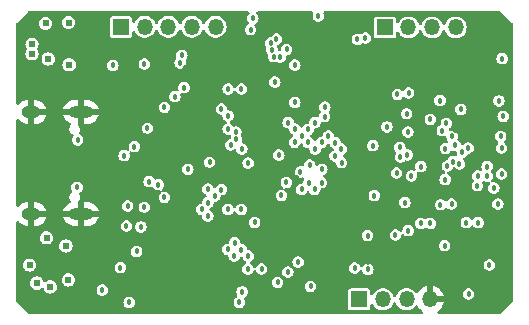
<source format=gbr>
%TF.GenerationSoftware,KiCad,Pcbnew,7.0.2-0*%
%TF.CreationDate,2023-05-06T05:04:52+08:00*%
%TF.ProjectId,slimarm_carambola,736c696d-6172-46d5-9f63-6172616d626f,rev?*%
%TF.SameCoordinates,Original*%
%TF.FileFunction,Copper,L3,Inr*%
%TF.FilePolarity,Positive*%
%FSLAX46Y46*%
G04 Gerber Fmt 4.6, Leading zero omitted, Abs format (unit mm)*
G04 Created by KiCad (PCBNEW 7.0.2-0) date 2023-05-06 05:04:52*
%MOMM*%
%LPD*%
G01*
G04 APERTURE LIST*
%TA.AperFunction,ComponentPad*%
%ADD10R,1.350000X1.350000*%
%TD*%
%TA.AperFunction,ComponentPad*%
%ADD11O,1.350000X1.350000*%
%TD*%
%TA.AperFunction,ComponentPad*%
%ADD12O,2.100000X1.000000*%
%TD*%
%TA.AperFunction,ComponentPad*%
%ADD13O,1.600000X1.000000*%
%TD*%
%TA.AperFunction,ViaPad*%
%ADD14C,0.457200*%
%TD*%
%TA.AperFunction,ViaPad*%
%ADD15C,0.609600*%
%TD*%
G04 APERTURE END LIST*
D10*
%TO.N,/DEBUG_TXD*%
%TO.C,J3*%
X47600000Y-15850000D03*
D11*
%TO.N,/DEBUG_RXD*%
X49600000Y-15850000D03*
%TO.N,/UART_TXD*%
X51600000Y-15850000D03*
%TO.N,/UART_RXD*%
X53600000Y-15850000D03*
%TD*%
D10*
%TO.N,/JTAG_TDI*%
%TO.C,J2*%
X25270000Y-15800000D03*
D11*
%TO.N,/JTAG_TMS*%
X27270000Y-15800000D03*
%TO.N,/JTAG_TCK*%
X29270000Y-15800000D03*
%TO.N,/JTAG_RST*%
X31270000Y-15800000D03*
%TO.N,/JTAG_TDO*%
X33270000Y-15800000D03*
%TD*%
D10*
%TO.N,/UART_UTXD*%
%TO.C,J4*%
X45440000Y-38870000D03*
D11*
%TO.N,/UART_URXD*%
X47440000Y-38870000D03*
%TO.N,/3v3*%
X49440000Y-38870000D03*
%TO.N,GND*%
X51440000Y-38870000D03*
%TD*%
D12*
%TO.N,GND*%
%TO.C,J1*%
X21861000Y-23000000D03*
D13*
X17681000Y-23000000D03*
D12*
X21861000Y-31640000D03*
D13*
X17681000Y-31640000D03*
%TD*%
D14*
%TO.N,GND*%
X30840000Y-21770000D03*
%TO.N,/SPI_CS*%
X30410000Y-18220000D03*
%TO.N,GND*%
X26170000Y-21760000D03*
%TO.N,/3v3*%
X24580000Y-19060000D03*
%TO.N,/SPI_MISO*%
X30280000Y-18850000D03*
%TO.N,/SPI_CLK*%
X28430000Y-29160000D03*
%TO.N,/SPI_MOSI*%
X27640000Y-28900000D03*
%TO.N,Net-(U1C-NRST)*%
X34321647Y-31255409D03*
X35280000Y-39120000D03*
%TO.N,/DP*%
X34305394Y-34637901D03*
X25830000Y-30970000D03*
%TO.N,/DN*%
X34847375Y-35202157D03*
X27240000Y-31070000D03*
%TO.N,Net-(U1A-JTAGSEL)*%
X25950000Y-39130000D03*
X32760000Y-27260000D03*
X25210000Y-36180000D03*
X25530000Y-26690000D03*
%TO.N,/USBD_FS_DP*%
X25720000Y-32670000D03*
X35453016Y-34649522D03*
%TO.N,/USBD_FS_DN*%
X36029926Y-35215207D03*
X26950000Y-32730000D03*
%TO.N,+3V3*%
X26590000Y-34810000D03*
%TO.N,Net-(U1C-PD5)*%
X36584011Y-32359847D03*
X28940000Y-30230000D03*
%TO.N,/DDR_CS*%
X56830000Y-29440000D03*
X39989724Y-22193220D03*
%TO.N,/DDR_DQM0*%
X52730000Y-26100219D03*
X42530000Y-22600000D03*
%TO.N,/DDR_DQS0*%
X42500000Y-23390000D03*
X53558051Y-25837262D03*
%TO.N,/DDR_WE*%
X50651613Y-27630049D03*
X42818151Y-25032870D03*
%TO.N,/DDR_D2*%
X53920000Y-27410000D03*
X48880000Y-26000000D03*
%TO.N,/DDR_DQM1*%
X52270000Y-22040000D03*
X48666054Y-21520830D03*
%TO.N,/DDR_RAS*%
X55460250Y-28422114D03*
X41680000Y-23910000D03*
%TO.N,/DDR_CKE*%
X42241122Y-25579974D03*
X49849327Y-28411400D03*
%TO.N,/DDR_D13*%
X43380037Y-25598529D03*
X52470000Y-24580000D03*
%TO.N,/DDR_D7*%
X43929673Y-26152866D03*
X53293768Y-25074456D03*
%TO.N,/DDR_D3*%
X48920000Y-26834500D03*
X52888600Y-27576063D03*
%TO.N,/DDR_A10*%
X39412816Y-23901499D03*
X49300000Y-30670000D03*
%TO.N,/DDR_CAS*%
X40002112Y-24455700D03*
X55430432Y-29250490D03*
%TO.N,/DDR_NCLK*%
X56256248Y-28426256D03*
X41110000Y-24470000D03*
%TO.N,/DDR_D11*%
X51451713Y-23629549D03*
X41700000Y-26160000D03*
%TO.N,/DDR_D6*%
X46580000Y-25860000D03*
X43380000Y-26729900D03*
%TO.N,/DDR_D9*%
X47780000Y-24260000D03*
X43939969Y-27295596D03*
%TO.N,/DDR_A11*%
X54500000Y-32370000D03*
X46710000Y-30080000D03*
%TO.N,/DDR_CLK*%
X56260350Y-27622013D03*
X40555409Y-25021647D03*
%TO.N,/DDR_D10*%
X52810000Y-23970000D03*
X41121095Y-25587332D03*
%TO.N,/DDR_D1*%
X42270779Y-27861780D03*
X52710000Y-28730000D03*
%TO.N,/DDR_A12*%
X42241243Y-28992668D03*
X48500000Y-33410000D03*
%TO.N,Net-(U1A-PC1)*%
X35464241Y-21073072D03*
X36430000Y-15070000D03*
X45950000Y-16740000D03*
%TO.N,/DDR_A9*%
X51459749Y-32438687D03*
X41141232Y-28993231D03*
%TO.N,/UART_UTXD*%
X33767175Y-22759808D03*
X45050000Y-36210000D03*
%TO.N,/UART_URXD*%
X46170000Y-36340000D03*
X34330000Y-23330000D03*
%TO.N,/DDR_A7*%
X50659650Y-32438687D03*
X41659165Y-29558756D03*
%TO.N,/DDR_A1*%
X46140000Y-33470000D03*
X52310500Y-30860000D03*
%TO.N,/UART_TXD*%
X34997639Y-24706769D03*
X37945996Y-17185007D03*
%TO.N,/UART_RXD*%
X35039004Y-25289004D03*
X38050515Y-17759275D03*
%TO.N,/DEBUG_TXD*%
X38180345Y-18328354D03*
X34539005Y-25789005D03*
%TO.N,/JTAG_TDI*%
X32103527Y-31250894D03*
%TO.N,/JTAG_TDO*%
X32624602Y-30679729D03*
%TO.N,/JTAG_RST*%
X33201499Y-30124039D03*
%TO.N,/DEBUG_RXD*%
X38763116Y-18361307D03*
X35490000Y-26130000D03*
%TO.N,/JTAG_TCK*%
X30927534Y-27861297D03*
%TO.N,/JTAG_TMS*%
X32624589Y-31809872D03*
%TO.N,/DDR_A8*%
X40555409Y-29558353D03*
X55499773Y-32377718D03*
%TO.N,Net-(U2-VREF)*%
X53250000Y-30811900D03*
X52670000Y-34320000D03*
%TO.N,Net-(U1A-PC2)*%
X45270000Y-16857400D03*
X36230000Y-16040000D03*
X34332870Y-21061849D03*
%TO.N,GND*%
X57290000Y-16170000D03*
X52680995Y-29709005D03*
X36580000Y-26730000D03*
X28113162Y-21903162D03*
X51730000Y-34400000D03*
X37820000Y-35850000D03*
D15*
X18950000Y-39140000D03*
D14*
X30420000Y-36700000D03*
X22430000Y-38850000D03*
D15*
X19770000Y-34960000D03*
D14*
X46090000Y-24780000D03*
X23880000Y-33530000D03*
X54470000Y-28390000D03*
X48050000Y-35730000D03*
X51455955Y-26034051D03*
X53350000Y-38520000D03*
X32060000Y-26710000D03*
X47220000Y-23890000D03*
D15*
X18890000Y-35560000D03*
D14*
X29080000Y-38850000D03*
X49020000Y-31858600D03*
X32080000Y-27860000D03*
X38292668Y-22770128D03*
D15*
X20890000Y-39140000D03*
D14*
X47950000Y-33050000D03*
X56259003Y-26020434D03*
X29838162Y-20178162D03*
X40203676Y-37283676D03*
X34332847Y-33509967D03*
X29013162Y-21003162D03*
X40796838Y-17733162D03*
X33733162Y-38266838D03*
X53550000Y-24550000D03*
X50200000Y-35730000D03*
X43150000Y-38440000D03*
X56110000Y-38388600D03*
X55790000Y-16750000D03*
X41053676Y-36433676D03*
X30890000Y-34750000D03*
X52550000Y-32270000D03*
X22840000Y-17990000D03*
X51460100Y-22037030D03*
X57480000Y-29220000D03*
X36590000Y-27860000D03*
D15*
X20940000Y-17330000D03*
X19990000Y-21570000D03*
D14*
X46160000Y-35670000D03*
X40160000Y-28580000D03*
X37554004Y-39445996D03*
X39411774Y-22729890D03*
X55000000Y-19900000D03*
X39956838Y-16893162D03*
X37170000Y-27290000D03*
X55730000Y-20910000D03*
X39238676Y-38248676D03*
X56290000Y-32470000D03*
X28350000Y-31640000D03*
X50671165Y-23649694D03*
D15*
X18980000Y-17330000D03*
D14*
X30718162Y-19298162D03*
X22790000Y-17090000D03*
X56258832Y-23639141D03*
X54540000Y-34510000D03*
D15*
X18970000Y-20890000D03*
%TO.N,+5V*%
X17730000Y-17270000D03*
X18142500Y-37497500D03*
X17730000Y-18080000D03*
D14*
X21597015Y-25362985D03*
D15*
X17530000Y-35960000D03*
D14*
X21540000Y-29390000D03*
%TO.N,/DDR_D0*%
X41240000Y-27500000D03*
X54650114Y-26048400D03*
%TO.N,/3v3*%
X41970000Y-14890000D03*
X38418162Y-16841838D03*
D15*
X20810000Y-37220000D03*
D14*
X23678000Y-38090000D03*
X36010000Y-36320000D03*
X38850000Y-30070000D03*
X29831838Y-21711838D03*
X32630000Y-29540000D03*
X34890000Y-34070000D03*
X27240000Y-18940000D03*
D15*
X19260000Y-37810000D03*
D14*
X39283162Y-17706838D03*
X38287056Y-20480000D03*
X30596838Y-20946838D03*
X34340000Y-24450000D03*
X33770000Y-29570000D03*
X54690000Y-38430000D03*
X28936838Y-22606838D03*
X41310000Y-37770000D03*
%TO.N,/1v8_CPUMEM*%
X39979005Y-19039005D03*
X39260000Y-28970000D03*
D15*
X18970000Y-33660000D03*
D14*
X26400000Y-25930000D03*
X38626661Y-26663339D03*
X39960000Y-25570000D03*
D15*
X20600000Y-34350000D03*
D14*
X40450000Y-28070000D03*
%TO.N,/1v8_DDR*%
X57480000Y-28250000D03*
X57490000Y-26060000D03*
X57410000Y-25070000D03*
X57180000Y-30800000D03*
X57620000Y-23370000D03*
X49560000Y-24700000D03*
X48590000Y-28180000D03*
D15*
X18890000Y-15500000D03*
D14*
X54028910Y-22794266D03*
D15*
X20820000Y-15430000D03*
D14*
X57260000Y-22060000D03*
X49620000Y-21390000D03*
X49450000Y-23157400D03*
X56450000Y-35970000D03*
X54170000Y-26410000D03*
X57540000Y-18490000D03*
X49580000Y-33050000D03*
X53375986Y-27198440D03*
X49490000Y-26630000D03*
%TO.N,/1v0_CPUCORE*%
X27500000Y-24380000D03*
X35520000Y-38230000D03*
X38525000Y-37435000D03*
X36024315Y-27314315D03*
X39400000Y-36560000D03*
D15*
X20870000Y-19010000D03*
D14*
X37160000Y-36300000D03*
X40255000Y-35705000D03*
X35453018Y-31255409D03*
D15*
X19100000Y-18520000D03*
%TD*%
%TA.AperFunction,Conductor*%
%TO.N,GND*%
G36*
X36093790Y-14500502D02*
G01*
X36140283Y-14554158D01*
X36150387Y-14624432D01*
X36120894Y-14689012D01*
X36019411Y-14806130D01*
X35961701Y-14932497D01*
X35941931Y-15070000D01*
X35961701Y-15207502D01*
X35961701Y-15207503D01*
X35961702Y-15207505D01*
X35996633Y-15283993D01*
X36019411Y-15333869D01*
X36073704Y-15396527D01*
X36103197Y-15461108D01*
X36093092Y-15531382D01*
X36046599Y-15585037D01*
X36038884Y-15588560D01*
X35910384Y-15671141D01*
X35819411Y-15776130D01*
X35761701Y-15902497D01*
X35741931Y-16040000D01*
X35761701Y-16177502D01*
X35761701Y-16177503D01*
X35761702Y-16177505D01*
X35819411Y-16303869D01*
X35902150Y-16399356D01*
X35910384Y-16408858D01*
X36027247Y-16483961D01*
X36027249Y-16483962D01*
X36160541Y-16523100D01*
X36299459Y-16523100D01*
X36432751Y-16483962D01*
X36549617Y-16408857D01*
X36640589Y-16303869D01*
X36698298Y-16177505D01*
X36718068Y-16040000D01*
X36698298Y-15902495D01*
X36640589Y-15776131D01*
X36586294Y-15713471D01*
X36556802Y-15648891D01*
X36566907Y-15578617D01*
X36613400Y-15524962D01*
X36621116Y-15521439D01*
X36632750Y-15513962D01*
X36632751Y-15513962D01*
X36749617Y-15438857D01*
X36840589Y-15333869D01*
X36898298Y-15207505D01*
X36918068Y-15070000D01*
X36898298Y-14932495D01*
X36840589Y-14806131D01*
X36794114Y-14752496D01*
X36739106Y-14689012D01*
X36709613Y-14624431D01*
X36719718Y-14554157D01*
X36766211Y-14500502D01*
X36834331Y-14480500D01*
X41429859Y-14480500D01*
X41497980Y-14500502D01*
X41544473Y-14554158D01*
X41554577Y-14624432D01*
X41544472Y-14658843D01*
X41501701Y-14752496D01*
X41481931Y-14890000D01*
X41501701Y-15027502D01*
X41501701Y-15027503D01*
X41501702Y-15027505D01*
X41559411Y-15153869D01*
X41643266Y-15250644D01*
X41650384Y-15258858D01*
X41715405Y-15300644D01*
X41767249Y-15333962D01*
X41900541Y-15373100D01*
X42039459Y-15373100D01*
X42172751Y-15333962D01*
X42289617Y-15258857D01*
X42380589Y-15153869D01*
X42438298Y-15027505D01*
X42458068Y-14890000D01*
X42438298Y-14752495D01*
X42395527Y-14658842D01*
X42385423Y-14588569D01*
X42414916Y-14523988D01*
X42474642Y-14485604D01*
X42510141Y-14480500D01*
X57367602Y-14480500D01*
X57435723Y-14500502D01*
X57456692Y-14517400D01*
X58382596Y-15443303D01*
X58416620Y-15505614D01*
X58419500Y-15532397D01*
X58419500Y-39027602D01*
X58399498Y-39095723D01*
X58382595Y-39116697D01*
X57456697Y-40042595D01*
X57394385Y-40076621D01*
X57367602Y-40079500D01*
X52161440Y-40079500D01*
X52093319Y-40059498D01*
X52046826Y-40005842D01*
X52036722Y-39935568D01*
X52066216Y-39870988D01*
X52095110Y-39846373D01*
X52151129Y-39811687D01*
X52312054Y-39664985D01*
X52443286Y-39491205D01*
X52540348Y-39296280D01*
X52590505Y-39120000D01*
X51755686Y-39120000D01*
X51767641Y-39108045D01*
X51825165Y-38995148D01*
X51844986Y-38870000D01*
X51825165Y-38744852D01*
X51767641Y-38631955D01*
X51755686Y-38620000D01*
X52590505Y-38620000D01*
X52590505Y-38619999D01*
X52540348Y-38443719D01*
X52533517Y-38430000D01*
X54201931Y-38430000D01*
X54221701Y-38567502D01*
X54221701Y-38567503D01*
X54221702Y-38567505D01*
X54270237Y-38673780D01*
X54279411Y-38693869D01*
X54370384Y-38798858D01*
X54481084Y-38870000D01*
X54487249Y-38873962D01*
X54620541Y-38913100D01*
X54759459Y-38913100D01*
X54892751Y-38873962D01*
X55009617Y-38798857D01*
X55100589Y-38693869D01*
X55158298Y-38567505D01*
X55178068Y-38430000D01*
X55158298Y-38292495D01*
X55100589Y-38166131D01*
X55009617Y-38061143D01*
X55009616Y-38061142D01*
X55009615Y-38061141D01*
X54892752Y-37986038D01*
X54759459Y-37946900D01*
X54620541Y-37946900D01*
X54487247Y-37986038D01*
X54370384Y-38061141D01*
X54279411Y-38166130D01*
X54221701Y-38292497D01*
X54201931Y-38430000D01*
X52533517Y-38430000D01*
X52443286Y-38248794D01*
X52312054Y-38075014D01*
X52151131Y-37928314D01*
X51965984Y-37813675D01*
X51762931Y-37735012D01*
X51690000Y-37721378D01*
X51689999Y-37721378D01*
X51689999Y-38554313D01*
X51678045Y-38542359D01*
X51565148Y-38484835D01*
X51471481Y-38470000D01*
X51408519Y-38470000D01*
X51314852Y-38484835D01*
X51201955Y-38542359D01*
X51190000Y-38554313D01*
X51190000Y-37721378D01*
X51189999Y-37721378D01*
X51117068Y-37735012D01*
X50914015Y-37813675D01*
X50728868Y-37928314D01*
X50567945Y-38075014D01*
X50436716Y-38248791D01*
X50410535Y-38301368D01*
X50362265Y-38353431D01*
X50293510Y-38371132D01*
X50226100Y-38348852D01*
X50204108Y-38329513D01*
X50196124Y-38320645D01*
X50196123Y-38320644D01*
X50065383Y-38175442D01*
X50065382Y-38175441D01*
X50065381Y-38175440D01*
X49907310Y-38060595D01*
X49866452Y-38042404D01*
X49728813Y-37981124D01*
X49537694Y-37940500D01*
X49342306Y-37940500D01*
X49151187Y-37981124D01*
X49151184Y-37981125D01*
X49151185Y-37981125D01*
X48972689Y-38060595D01*
X48814615Y-38175443D01*
X48683877Y-38320642D01*
X48586181Y-38489855D01*
X48559833Y-38570950D01*
X48519760Y-38629556D01*
X48454363Y-38657193D01*
X48384407Y-38645086D01*
X48332100Y-38597080D01*
X48320167Y-38570950D01*
X48293818Y-38489855D01*
X48196122Y-38320642D01*
X48065384Y-38175443D01*
X48057800Y-38169933D01*
X47907310Y-38060595D01*
X47728813Y-37981124D01*
X47537694Y-37940500D01*
X47342306Y-37940500D01*
X47151187Y-37981124D01*
X47151184Y-37981125D01*
X47151185Y-37981125D01*
X46972689Y-38060595D01*
X46814615Y-38175443D01*
X46683877Y-38320642D01*
X46604618Y-38457923D01*
X46553235Y-38506916D01*
X46483522Y-38520352D01*
X46417611Y-38493966D01*
X46376429Y-38436133D01*
X46369499Y-38394923D01*
X46369499Y-38169931D01*
X46354734Y-38095699D01*
X46298484Y-38011515D01*
X46214301Y-37955266D01*
X46172242Y-37946900D01*
X46140067Y-37940500D01*
X46140066Y-37940500D01*
X44739931Y-37940500D01*
X44665699Y-37955265D01*
X44581515Y-38011515D01*
X44525266Y-38095698D01*
X44510500Y-38169933D01*
X44510500Y-39570068D01*
X44525265Y-39644300D01*
X44581515Y-39728484D01*
X44626997Y-39758874D01*
X44665699Y-39784734D01*
X44739933Y-39799500D01*
X46140066Y-39799499D01*
X46140068Y-39799499D01*
X46189556Y-39789655D01*
X46214301Y-39784734D01*
X46298484Y-39728484D01*
X46354734Y-39644301D01*
X46369500Y-39570067D01*
X46369499Y-39345076D01*
X46389501Y-39276958D01*
X46443156Y-39230465D01*
X46513430Y-39220360D01*
X46578011Y-39249853D01*
X46604618Y-39282078D01*
X46683877Y-39419357D01*
X46814079Y-39563961D01*
X46814617Y-39564558D01*
X46972690Y-39679405D01*
X47151187Y-39758876D01*
X47342306Y-39799500D01*
X47342308Y-39799500D01*
X47537692Y-39799500D01*
X47537694Y-39799500D01*
X47728813Y-39758876D01*
X47907310Y-39679405D01*
X48065383Y-39564558D01*
X48196123Y-39419356D01*
X48293818Y-39250144D01*
X48320166Y-39169050D01*
X48360240Y-39110444D01*
X48425636Y-39082806D01*
X48495593Y-39094912D01*
X48547900Y-39142918D01*
X48559833Y-39169050D01*
X48586181Y-39250143D01*
X48683877Y-39419357D01*
X48814079Y-39563961D01*
X48814617Y-39564558D01*
X48972690Y-39679405D01*
X49151187Y-39758876D01*
X49342306Y-39799500D01*
X49342308Y-39799500D01*
X49537692Y-39799500D01*
X49537694Y-39799500D01*
X49728813Y-39758876D01*
X49907310Y-39679405D01*
X50065383Y-39564558D01*
X50196123Y-39419356D01*
X50196125Y-39419351D01*
X50204108Y-39410486D01*
X50264554Y-39373246D01*
X50335538Y-39374597D01*
X50394523Y-39414111D01*
X50410535Y-39438632D01*
X50436715Y-39491207D01*
X50567945Y-39664985D01*
X50728870Y-39811687D01*
X50784890Y-39846373D01*
X50832278Y-39899240D01*
X50843561Y-39969334D01*
X50815157Y-40034401D01*
X50756084Y-40073783D01*
X50718560Y-40079500D01*
X17442397Y-40079500D01*
X17374276Y-40059498D01*
X17353302Y-40042595D01*
X16913807Y-39603100D01*
X16440708Y-39130000D01*
X25461931Y-39130000D01*
X25481701Y-39267502D01*
X25481701Y-39267503D01*
X25481702Y-39267505D01*
X25517129Y-39345079D01*
X25539411Y-39393869D01*
X25630384Y-39498858D01*
X25747247Y-39573961D01*
X25747249Y-39573962D01*
X25880541Y-39613100D01*
X26019459Y-39613100D01*
X26152751Y-39573962D01*
X26269617Y-39498857D01*
X26360589Y-39393869D01*
X26418298Y-39267505D01*
X26438068Y-39130000D01*
X26436630Y-39120000D01*
X34791931Y-39120000D01*
X34811701Y-39257502D01*
X34811701Y-39257503D01*
X34811702Y-39257505D01*
X34829410Y-39296280D01*
X34869411Y-39383869D01*
X34960384Y-39488858D01*
X35077247Y-39563961D01*
X35077249Y-39563962D01*
X35210541Y-39603100D01*
X35349459Y-39603100D01*
X35482751Y-39563962D01*
X35599617Y-39488857D01*
X35690589Y-39383869D01*
X35748298Y-39257505D01*
X35768068Y-39120000D01*
X35748298Y-38982495D01*
X35690589Y-38856131D01*
X35690588Y-38856130D01*
X35683063Y-38839652D01*
X35685152Y-38838697D01*
X35666434Y-38797714D01*
X35676536Y-38727440D01*
X35723023Y-38673786D01*
X35839617Y-38598857D01*
X35930589Y-38493869D01*
X35988298Y-38367505D01*
X36008068Y-38230000D01*
X35988298Y-38092495D01*
X35930589Y-37966131D01*
X35839617Y-37861143D01*
X35839616Y-37861142D01*
X35839615Y-37861141D01*
X35722752Y-37786038D01*
X35589459Y-37746900D01*
X35450541Y-37746900D01*
X35317247Y-37786038D01*
X35200384Y-37861141D01*
X35109411Y-37966130D01*
X35051701Y-38092497D01*
X35031931Y-38230000D01*
X35051701Y-38367502D01*
X35051701Y-38367503D01*
X35051702Y-38367505D01*
X35109411Y-38493869D01*
X35116937Y-38510348D01*
X35114847Y-38511302D01*
X35133565Y-38552286D01*
X35123462Y-38622560D01*
X35076970Y-38676217D01*
X35076969Y-38676218D01*
X34960383Y-38751142D01*
X34869411Y-38856130D01*
X34811701Y-38982497D01*
X34791931Y-39120000D01*
X26436630Y-39120000D01*
X26418298Y-38992495D01*
X26360589Y-38866131D01*
X26269617Y-38761143D01*
X26269616Y-38761142D01*
X26269615Y-38761141D01*
X26152752Y-38686038D01*
X26019459Y-38646900D01*
X25880541Y-38646900D01*
X25747247Y-38686038D01*
X25630384Y-38761141D01*
X25539411Y-38866130D01*
X25481701Y-38992497D01*
X25461931Y-39130000D01*
X16440708Y-39130000D01*
X16427402Y-39116694D01*
X16393378Y-39054385D01*
X16390500Y-39027611D01*
X16390500Y-37497500D01*
X17578374Y-37497500D01*
X17597595Y-37643505D01*
X17597596Y-37643507D01*
X17629753Y-37721141D01*
X17653954Y-37779565D01*
X17743602Y-37896397D01*
X17860425Y-37986038D01*
X17860437Y-37986047D01*
X17996493Y-38042404D01*
X18142500Y-38061626D01*
X18288507Y-38042404D01*
X18424563Y-37986047D01*
X18524195Y-37909596D01*
X18590411Y-37883997D01*
X18659960Y-37898261D01*
X18710756Y-37947862D01*
X18717304Y-37961341D01*
X18771451Y-38092062D01*
X18861102Y-38208897D01*
X18970052Y-38292497D01*
X18977937Y-38298547D01*
X19113993Y-38354904D01*
X19260000Y-38374126D01*
X19406007Y-38354904D01*
X19542063Y-38298547D01*
X19658897Y-38208897D01*
X19748547Y-38092063D01*
X19749402Y-38090000D01*
X23189931Y-38090000D01*
X23209701Y-38227502D01*
X23209701Y-38227503D01*
X23209702Y-38227505D01*
X23267411Y-38353869D01*
X23333378Y-38430000D01*
X23358384Y-38458858D01*
X23439989Y-38511302D01*
X23475249Y-38533962D01*
X23608541Y-38573100D01*
X23747459Y-38573100D01*
X23880751Y-38533962D01*
X23997617Y-38458857D01*
X24088589Y-38353869D01*
X24146298Y-38227505D01*
X24166068Y-38090000D01*
X24146298Y-37952495D01*
X24088589Y-37826131D01*
X23997617Y-37721143D01*
X23997616Y-37721142D01*
X23997615Y-37721141D01*
X23880752Y-37646038D01*
X23747459Y-37606900D01*
X23608541Y-37606900D01*
X23475247Y-37646038D01*
X23358384Y-37721141D01*
X23267411Y-37826130D01*
X23209701Y-37952497D01*
X23189931Y-38090000D01*
X19749402Y-38090000D01*
X19804904Y-37956007D01*
X19824126Y-37810000D01*
X19804904Y-37663993D01*
X19748547Y-37527937D01*
X19728695Y-37502065D01*
X19658897Y-37411102D01*
X19542065Y-37321454D01*
X19406005Y-37265095D01*
X19282135Y-37248788D01*
X19260000Y-37245874D01*
X19259999Y-37245874D01*
X19113994Y-37265095D01*
X18977933Y-37321454D01*
X18878307Y-37397901D01*
X18812087Y-37423502D01*
X18742538Y-37409237D01*
X18691742Y-37359636D01*
X18685194Y-37346158D01*
X18674961Y-37321453D01*
X18632937Y-37220000D01*
X20245874Y-37220000D01*
X20265095Y-37366005D01*
X20321454Y-37502065D01*
X20411102Y-37618897D01*
X20469874Y-37663994D01*
X20527937Y-37708547D01*
X20663993Y-37764904D01*
X20810000Y-37784126D01*
X20956007Y-37764904D01*
X21092063Y-37708547D01*
X21208897Y-37618897D01*
X21298547Y-37502063D01*
X21326326Y-37434999D01*
X38036931Y-37434999D01*
X38056701Y-37572502D01*
X38114411Y-37698869D01*
X38205384Y-37803858D01*
X38294522Y-37861143D01*
X38322249Y-37878962D01*
X38455541Y-37918100D01*
X38594459Y-37918100D01*
X38727751Y-37878962D01*
X38844617Y-37803857D01*
X38873954Y-37770000D01*
X40821931Y-37770000D01*
X40841701Y-37907502D01*
X40841701Y-37907503D01*
X40841702Y-37907505D01*
X40899411Y-38033869D01*
X40948048Y-38090000D01*
X40990384Y-38138858D01*
X41107247Y-38213961D01*
X41107249Y-38213962D01*
X41240541Y-38253100D01*
X41379459Y-38253100D01*
X41512751Y-38213962D01*
X41629617Y-38138857D01*
X41720589Y-38033869D01*
X41778298Y-37907505D01*
X41798068Y-37770000D01*
X41778298Y-37632495D01*
X41720589Y-37506131D01*
X41629617Y-37401143D01*
X41629616Y-37401142D01*
X41629615Y-37401141D01*
X41512752Y-37326038D01*
X41379459Y-37286900D01*
X41240541Y-37286900D01*
X41107247Y-37326038D01*
X40990384Y-37401141D01*
X40899411Y-37506130D01*
X40841701Y-37632497D01*
X40821931Y-37770000D01*
X38873954Y-37770000D01*
X38935589Y-37698869D01*
X38993298Y-37572505D01*
X39013068Y-37435000D01*
X38993298Y-37297495D01*
X38935589Y-37171131D01*
X38844617Y-37066143D01*
X38844616Y-37066142D01*
X38844615Y-37066141D01*
X38727752Y-36991038D01*
X38594459Y-36951900D01*
X38455541Y-36951900D01*
X38322247Y-36991038D01*
X38205384Y-37066141D01*
X38114411Y-37171130D01*
X38056701Y-37297497D01*
X38036931Y-37434999D01*
X21326326Y-37434999D01*
X21354904Y-37366007D01*
X21374126Y-37220000D01*
X21354904Y-37073993D01*
X21298547Y-36937937D01*
X21295046Y-36933374D01*
X21208897Y-36821102D01*
X21092065Y-36731454D01*
X21037514Y-36708858D01*
X20956007Y-36675096D01*
X20956005Y-36675095D01*
X20832135Y-36658788D01*
X20810000Y-36655874D01*
X20809999Y-36655874D01*
X20663994Y-36675095D01*
X20527934Y-36731454D01*
X20411102Y-36821102D01*
X20321454Y-36937934D01*
X20265095Y-37073994D01*
X20245874Y-37220000D01*
X18632937Y-37220000D01*
X18631047Y-37215437D01*
X18597049Y-37171130D01*
X18541397Y-37098602D01*
X18424565Y-37008954D01*
X18412513Y-37003962D01*
X18288507Y-36952596D01*
X18288505Y-36952595D01*
X18142500Y-36933374D01*
X17996494Y-36952595D01*
X17860434Y-37008954D01*
X17743602Y-37098602D01*
X17653954Y-37215434D01*
X17597595Y-37351494D01*
X17578374Y-37497500D01*
X16390500Y-37497500D01*
X16390500Y-35960000D01*
X16965874Y-35960000D01*
X16985095Y-36106005D01*
X17008494Y-36162495D01*
X17019100Y-36188100D01*
X17041454Y-36242065D01*
X17131102Y-36358897D01*
X17247934Y-36448545D01*
X17247937Y-36448547D01*
X17383993Y-36504904D01*
X17530000Y-36524126D01*
X17676007Y-36504904D01*
X17812063Y-36448547D01*
X17928897Y-36358897D01*
X18018547Y-36242063D01*
X18044255Y-36180000D01*
X24721931Y-36180000D01*
X24741701Y-36317502D01*
X24741701Y-36317503D01*
X24741702Y-36317505D01*
X24784479Y-36411172D01*
X24799411Y-36443869D01*
X24890384Y-36548858D01*
X25007247Y-36623961D01*
X25007249Y-36623962D01*
X25140541Y-36663100D01*
X25279459Y-36663100D01*
X25412751Y-36623962D01*
X25529617Y-36548857D01*
X25620589Y-36443869D01*
X25678298Y-36317505D01*
X25698068Y-36180000D01*
X25678298Y-36042495D01*
X25620589Y-35916131D01*
X25529617Y-35811143D01*
X25529616Y-35811142D01*
X25529615Y-35811141D01*
X25412752Y-35736038D01*
X25279459Y-35696900D01*
X25140541Y-35696900D01*
X25007247Y-35736038D01*
X24890384Y-35811141D01*
X24799411Y-35916130D01*
X24741701Y-36042497D01*
X24721931Y-36180000D01*
X18044255Y-36180000D01*
X18074904Y-36106007D01*
X18094126Y-35960000D01*
X18074904Y-35813993D01*
X18018547Y-35677937D01*
X18018545Y-35677934D01*
X17928897Y-35561102D01*
X17812065Y-35471454D01*
X17676005Y-35415095D01*
X17552135Y-35398788D01*
X17530000Y-35395874D01*
X17529999Y-35395874D01*
X17383994Y-35415095D01*
X17247934Y-35471454D01*
X17131102Y-35561102D01*
X17041454Y-35677934D01*
X16985095Y-35813994D01*
X16965874Y-35960000D01*
X16390500Y-35960000D01*
X16390500Y-34350000D01*
X20035874Y-34350000D01*
X20055095Y-34496005D01*
X20111454Y-34632065D01*
X20201102Y-34748897D01*
X20317934Y-34838545D01*
X20317937Y-34838547D01*
X20453993Y-34894904D01*
X20600000Y-34914126D01*
X20746007Y-34894904D01*
X20882063Y-34838547D01*
X20919266Y-34810000D01*
X26101931Y-34810000D01*
X26121701Y-34947502D01*
X26121701Y-34947503D01*
X26121702Y-34947505D01*
X26148762Y-35006758D01*
X26179411Y-35073869D01*
X26270384Y-35178858D01*
X26387247Y-35253961D01*
X26387249Y-35253962D01*
X26520541Y-35293100D01*
X26659459Y-35293100D01*
X26792751Y-35253962D01*
X26909617Y-35178857D01*
X27000589Y-35073869D01*
X27058298Y-34947505D01*
X27078068Y-34810000D01*
X27058298Y-34672495D01*
X27042499Y-34637900D01*
X33817325Y-34637900D01*
X33837095Y-34775403D01*
X33837095Y-34775404D01*
X33837096Y-34775406D01*
X33869495Y-34846350D01*
X33894805Y-34901770D01*
X33985778Y-35006759D01*
X34090204Y-35073869D01*
X34102643Y-35081863D01*
X34235935Y-35121001D01*
X34238459Y-35121001D01*
X34306580Y-35141003D01*
X34353073Y-35194659D01*
X34363176Y-35229069D01*
X34379076Y-35339659D01*
X34379076Y-35339660D01*
X34379077Y-35339662D01*
X34413527Y-35415096D01*
X34436786Y-35466026D01*
X34527759Y-35571015D01*
X34644622Y-35646118D01*
X34644624Y-35646119D01*
X34777916Y-35685257D01*
X34916834Y-35685257D01*
X35050126Y-35646119D01*
X35166992Y-35571014D01*
X35257964Y-35466026D01*
X35315673Y-35339662D01*
X35315673Y-35339657D01*
X35323046Y-35323514D01*
X35369539Y-35269858D01*
X35437660Y-35249856D01*
X35505780Y-35269858D01*
X35552273Y-35323513D01*
X35559439Y-35347918D01*
X35561627Y-35352710D01*
X35561628Y-35352712D01*
X35602008Y-35441131D01*
X35619337Y-35479076D01*
X35660029Y-35526038D01*
X35710309Y-35584064D01*
X35821005Y-35655204D01*
X35867496Y-35708857D01*
X35877601Y-35779131D01*
X35848108Y-35843712D01*
X35821004Y-35867198D01*
X35690383Y-35951142D01*
X35599411Y-36056130D01*
X35541701Y-36182497D01*
X35521931Y-36320000D01*
X35541701Y-36457502D01*
X35541701Y-36457503D01*
X35541702Y-36457505D01*
X35583422Y-36548858D01*
X35599411Y-36583869D01*
X35690384Y-36688858D01*
X35776128Y-36743962D01*
X35807249Y-36763962D01*
X35940541Y-36803100D01*
X36079459Y-36803100D01*
X36212751Y-36763962D01*
X36329617Y-36688857D01*
X36420589Y-36583869D01*
X36474955Y-36464823D01*
X36521445Y-36411172D01*
X36589565Y-36391170D01*
X36657686Y-36411172D01*
X36704179Y-36464827D01*
X36747644Y-36559999D01*
X36749411Y-36563869D01*
X36829133Y-36655874D01*
X36840384Y-36668858D01*
X36937786Y-36731454D01*
X36957249Y-36743962D01*
X37090541Y-36783100D01*
X37229459Y-36783100D01*
X37362751Y-36743962D01*
X37479617Y-36668857D01*
X37570589Y-36563869D01*
X37572356Y-36560000D01*
X38911931Y-36560000D01*
X38931701Y-36697502D01*
X38931701Y-36697503D01*
X38931702Y-36697505D01*
X38971186Y-36783962D01*
X38989411Y-36823869D01*
X39080384Y-36928858D01*
X39197247Y-37003961D01*
X39197249Y-37003962D01*
X39330541Y-37043100D01*
X39469459Y-37043100D01*
X39602751Y-37003962D01*
X39719617Y-36928857D01*
X39810589Y-36823869D01*
X39868298Y-36697505D01*
X39888068Y-36560000D01*
X39868298Y-36422495D01*
X39810589Y-36296131D01*
X39793013Y-36275847D01*
X39763520Y-36211266D01*
X39763702Y-36210000D01*
X44561931Y-36210000D01*
X44581701Y-36347502D01*
X44581701Y-36347503D01*
X44581702Y-36347505D01*
X44639411Y-36473869D01*
X44714043Y-36560000D01*
X44730384Y-36578858D01*
X44847247Y-36653961D01*
X44847249Y-36653962D01*
X44980541Y-36693100D01*
X45119459Y-36693100D01*
X45252751Y-36653962D01*
X45369617Y-36578857D01*
X45460589Y-36473869D01*
X45465702Y-36462672D01*
X45512192Y-36409019D01*
X45580312Y-36389015D01*
X45648433Y-36409016D01*
X45694927Y-36462670D01*
X45694929Y-36462673D01*
X45701701Y-36477503D01*
X45701702Y-36477505D01*
X45747988Y-36578857D01*
X45759411Y-36603869D01*
X45850384Y-36708858D01*
X45967247Y-36783961D01*
X45967249Y-36783962D01*
X46100541Y-36823100D01*
X46239459Y-36823100D01*
X46372751Y-36783962D01*
X46489617Y-36708857D01*
X46580589Y-36603869D01*
X46638298Y-36477505D01*
X46658068Y-36340000D01*
X46638298Y-36202495D01*
X46580589Y-36076131D01*
X46489617Y-35971143D01*
X46489616Y-35971142D01*
X46489615Y-35971141D01*
X46487840Y-35970000D01*
X55961931Y-35970000D01*
X55981701Y-36107502D01*
X55981701Y-36107503D01*
X55981702Y-36107505D01*
X56039411Y-36233869D01*
X56114043Y-36320000D01*
X56130384Y-36338858D01*
X56247247Y-36413961D01*
X56247249Y-36413962D01*
X56380541Y-36453100D01*
X56519459Y-36453100D01*
X56652751Y-36413962D01*
X56769617Y-36338857D01*
X56860589Y-36233869D01*
X56918298Y-36107505D01*
X56938068Y-35970000D01*
X56918298Y-35832495D01*
X56860589Y-35706131D01*
X56769617Y-35601143D01*
X56769616Y-35601142D01*
X56769615Y-35601141D01*
X56652752Y-35526038D01*
X56519459Y-35486900D01*
X56380541Y-35486900D01*
X56247247Y-35526038D01*
X56130384Y-35601141D01*
X56039411Y-35706130D01*
X55981701Y-35832497D01*
X55961931Y-35970000D01*
X46487840Y-35970000D01*
X46372752Y-35896038D01*
X46239459Y-35856900D01*
X46100541Y-35856900D01*
X45967247Y-35896038D01*
X45850384Y-35971141D01*
X45759411Y-36076130D01*
X45754297Y-36087329D01*
X45707803Y-36140983D01*
X45639681Y-36160984D01*
X45571561Y-36140981D01*
X45525070Y-36087326D01*
X45518298Y-36072497D01*
X45518298Y-36072495D01*
X45460589Y-35946131D01*
X45369617Y-35841143D01*
X45369616Y-35841142D01*
X45369615Y-35841141D01*
X45252752Y-35766038D01*
X45119459Y-35726900D01*
X44980541Y-35726900D01*
X44847247Y-35766038D01*
X44730384Y-35841141D01*
X44639411Y-35946130D01*
X44581701Y-36072497D01*
X44561931Y-36210000D01*
X39763702Y-36210000D01*
X39765527Y-36197302D01*
X39698641Y-36177662D01*
X39602752Y-36116038D01*
X39469459Y-36076900D01*
X39330541Y-36076900D01*
X39197247Y-36116038D01*
X39080384Y-36191141D01*
X38989411Y-36296130D01*
X38931701Y-36422497D01*
X38911931Y-36560000D01*
X37572356Y-36560000D01*
X37628298Y-36437505D01*
X37648068Y-36300000D01*
X37628298Y-36162495D01*
X37570589Y-36036131D01*
X37479617Y-35931143D01*
X37479616Y-35931142D01*
X37479615Y-35931141D01*
X37362752Y-35856038D01*
X37229459Y-35816900D01*
X37090541Y-35816900D01*
X36957247Y-35856038D01*
X36840384Y-35931141D01*
X36749410Y-36036132D01*
X36695046Y-36155172D01*
X36648553Y-36208827D01*
X36580433Y-36228829D01*
X36512312Y-36208827D01*
X36465819Y-36155171D01*
X36420589Y-36056131D01*
X36329617Y-35951143D01*
X36329616Y-35951142D01*
X36329615Y-35951141D01*
X36218922Y-35880004D01*
X36172429Y-35826349D01*
X36162324Y-35756075D01*
X36185649Y-35705000D01*
X39766931Y-35705000D01*
X39786701Y-35842502D01*
X39786701Y-35842503D01*
X39786702Y-35842505D01*
X39811150Y-35896038D01*
X39844412Y-35968871D01*
X39861986Y-35989153D01*
X39891479Y-36053734D01*
X39889471Y-36067696D01*
X39956358Y-36087337D01*
X39987735Y-36107502D01*
X40052249Y-36148962D01*
X40185541Y-36188100D01*
X40324459Y-36188100D01*
X40457751Y-36148962D01*
X40574617Y-36073857D01*
X40665589Y-35968869D01*
X40723298Y-35842505D01*
X40743068Y-35705000D01*
X40723298Y-35567495D01*
X40665589Y-35441131D01*
X40574617Y-35336143D01*
X40574616Y-35336142D01*
X40574615Y-35336141D01*
X40457752Y-35261038D01*
X40324459Y-35221900D01*
X40185541Y-35221900D01*
X40052247Y-35261038D01*
X39935384Y-35336141D01*
X39844411Y-35441130D01*
X39786701Y-35567497D01*
X39766931Y-35705000D01*
X36185649Y-35705000D01*
X36191817Y-35691494D01*
X36218922Y-35668007D01*
X36232672Y-35659170D01*
X36232677Y-35659169D01*
X36349543Y-35584064D01*
X36440515Y-35479076D01*
X36498224Y-35352712D01*
X36517994Y-35215207D01*
X36498224Y-35077702D01*
X36440515Y-34951338D01*
X36349543Y-34846350D01*
X36349542Y-34846349D01*
X36349541Y-34846348D01*
X36232678Y-34771245D01*
X36099385Y-34732107D01*
X36062138Y-34732107D01*
X35994017Y-34712105D01*
X35947524Y-34658449D01*
X35937421Y-34624039D01*
X35921314Y-34512019D01*
X35921314Y-34512017D01*
X35863605Y-34385653D01*
X35806717Y-34320000D01*
X52181931Y-34320000D01*
X52201701Y-34457502D01*
X52201701Y-34457503D01*
X52201702Y-34457505D01*
X52259411Y-34583869D01*
X52324034Y-34658449D01*
X52350384Y-34688858D01*
X52425096Y-34736872D01*
X52467249Y-34763962D01*
X52600541Y-34803100D01*
X52739459Y-34803100D01*
X52872751Y-34763962D01*
X52989617Y-34688857D01*
X53080589Y-34583869D01*
X53138298Y-34457505D01*
X53158068Y-34320000D01*
X53138298Y-34182495D01*
X53080589Y-34056131D01*
X52989617Y-33951143D01*
X52989616Y-33951142D01*
X52989615Y-33951141D01*
X52872752Y-33876038D01*
X52739459Y-33836900D01*
X52600541Y-33836900D01*
X52467247Y-33876038D01*
X52350384Y-33951141D01*
X52259411Y-34056130D01*
X52201701Y-34182497D01*
X52181931Y-34320000D01*
X35806717Y-34320000D01*
X35772633Y-34280665D01*
X35772632Y-34280664D01*
X35772631Y-34280663D01*
X35655768Y-34205560D01*
X35522475Y-34166422D01*
X35501111Y-34166422D01*
X35432990Y-34146420D01*
X35386497Y-34092764D01*
X35376394Y-34058354D01*
X35365629Y-33983489D01*
X35358298Y-33932495D01*
X35300589Y-33806131D01*
X35209617Y-33701143D01*
X35209616Y-33701142D01*
X35209615Y-33701141D01*
X35092752Y-33626038D01*
X34959459Y-33586900D01*
X34820541Y-33586900D01*
X34687247Y-33626038D01*
X34570384Y-33701141D01*
X34479411Y-33806130D01*
X34479411Y-33806131D01*
X34421702Y-33932495D01*
X34405276Y-34046735D01*
X34375784Y-34111313D01*
X34316058Y-34149697D01*
X34280560Y-34154801D01*
X34235935Y-34154801D01*
X34102641Y-34193939D01*
X33985778Y-34269042D01*
X33894805Y-34374031D01*
X33837095Y-34500398D01*
X33817325Y-34637900D01*
X27042499Y-34637900D01*
X27000589Y-34546131D01*
X26909617Y-34441143D01*
X26909616Y-34441142D01*
X26909615Y-34441141D01*
X26792752Y-34366038D01*
X26659459Y-34326900D01*
X26520541Y-34326900D01*
X26387247Y-34366038D01*
X26270384Y-34441141D01*
X26179411Y-34546130D01*
X26121701Y-34672497D01*
X26101931Y-34810000D01*
X20919266Y-34810000D01*
X20998897Y-34748897D01*
X21088547Y-34632063D01*
X21144904Y-34496007D01*
X21164126Y-34350000D01*
X21144904Y-34203993D01*
X21088547Y-34067937D01*
X21088545Y-34067934D01*
X20998897Y-33951102D01*
X20882065Y-33861454D01*
X20827514Y-33838858D01*
X20748506Y-33806131D01*
X20746005Y-33805095D01*
X20622135Y-33788788D01*
X20600000Y-33785874D01*
X20599999Y-33785874D01*
X20453994Y-33805095D01*
X20317934Y-33861454D01*
X20201102Y-33951102D01*
X20111454Y-34067934D01*
X20055095Y-34203994D01*
X20035874Y-34350000D01*
X16390500Y-34350000D01*
X16390500Y-33660000D01*
X18405874Y-33660000D01*
X18425095Y-33806005D01*
X18481454Y-33942065D01*
X18571102Y-34058897D01*
X18685165Y-34146420D01*
X18687937Y-34148547D01*
X18823993Y-34204904D01*
X18970000Y-34224126D01*
X19116007Y-34204904D01*
X19252063Y-34148547D01*
X19368897Y-34058897D01*
X19458547Y-33942063D01*
X19514904Y-33806007D01*
X19534126Y-33660000D01*
X19514904Y-33513993D01*
X19496681Y-33470000D01*
X45651931Y-33470000D01*
X45671701Y-33607502D01*
X45671701Y-33607503D01*
X45671702Y-33607505D01*
X45729410Y-33733868D01*
X45729411Y-33733869D01*
X45820384Y-33838858D01*
X45904787Y-33893100D01*
X45937249Y-33913962D01*
X46070541Y-33953100D01*
X46209459Y-33953100D01*
X46342751Y-33913962D01*
X46459617Y-33838857D01*
X46550589Y-33733869D01*
X46608298Y-33607505D01*
X46628068Y-33470000D01*
X46619441Y-33410000D01*
X48011931Y-33410000D01*
X48031701Y-33547502D01*
X48031701Y-33547503D01*
X48031702Y-33547505D01*
X48067567Y-33626038D01*
X48089411Y-33673869D01*
X48180384Y-33778858D01*
X48297247Y-33853961D01*
X48297249Y-33853962D01*
X48430541Y-33893100D01*
X48569459Y-33893100D01*
X48702751Y-33853962D01*
X48819617Y-33778857D01*
X48910589Y-33673869D01*
X48968298Y-33547505D01*
X48976416Y-33491035D01*
X48986466Y-33421146D01*
X49015959Y-33356565D01*
X49075685Y-33318182D01*
X49146681Y-33318182D01*
X49206407Y-33356565D01*
X49252708Y-33410000D01*
X49260384Y-33418858D01*
X49339963Y-33470000D01*
X49377249Y-33493962D01*
X49510541Y-33533100D01*
X49649459Y-33533100D01*
X49782751Y-33493962D01*
X49899617Y-33418857D01*
X49990589Y-33313869D01*
X50048298Y-33187505D01*
X50068068Y-33050000D01*
X50048298Y-32912495D01*
X49990589Y-32786131D01*
X49899617Y-32681143D01*
X49899616Y-32681142D01*
X49899615Y-32681141D01*
X49782752Y-32606038D01*
X49649459Y-32566900D01*
X49510541Y-32566900D01*
X49377247Y-32606038D01*
X49260384Y-32681141D01*
X49169411Y-32786130D01*
X49111701Y-32912497D01*
X49093533Y-33038854D01*
X49064040Y-33103434D01*
X49004313Y-33141817D01*
X48933317Y-33141817D01*
X48873591Y-33103433D01*
X48867041Y-33095874D01*
X48819617Y-33041143D01*
X48819616Y-33041142D01*
X48819615Y-33041141D01*
X48702752Y-32966038D01*
X48569459Y-32926900D01*
X48430541Y-32926900D01*
X48297247Y-32966038D01*
X48180384Y-33041141D01*
X48089411Y-33146130D01*
X48031701Y-33272497D01*
X48011931Y-33410000D01*
X46619441Y-33410000D01*
X46608298Y-33332495D01*
X46550589Y-33206131D01*
X46459617Y-33101143D01*
X46459616Y-33101142D01*
X46459615Y-33101141D01*
X46342752Y-33026038D01*
X46209459Y-32986900D01*
X46070541Y-32986900D01*
X45937247Y-33026038D01*
X45820384Y-33101141D01*
X45729411Y-33206130D01*
X45671701Y-33332497D01*
X45651931Y-33470000D01*
X19496681Y-33470000D01*
X19458547Y-33377937D01*
X19458545Y-33377934D01*
X19368897Y-33261102D01*
X19252065Y-33171454D01*
X19207755Y-33153100D01*
X19116007Y-33115096D01*
X19116005Y-33115095D01*
X18970000Y-33095874D01*
X18823994Y-33115095D01*
X18687934Y-33171454D01*
X18571102Y-33261102D01*
X18481454Y-33377934D01*
X18425095Y-33513994D01*
X18405874Y-33660000D01*
X16390500Y-33660000D01*
X16390500Y-32670000D01*
X25231931Y-32670000D01*
X25251701Y-32807502D01*
X25251701Y-32807503D01*
X25251702Y-32807505D01*
X25309411Y-32933869D01*
X25400380Y-33038854D01*
X25400384Y-33038858D01*
X25500867Y-33103434D01*
X25517249Y-33113962D01*
X25650541Y-33153100D01*
X25789459Y-33153100D01*
X25922751Y-33113962D01*
X26039617Y-33038857D01*
X26130589Y-32933869D01*
X26188298Y-32807505D01*
X26199441Y-32730000D01*
X26461931Y-32730000D01*
X26481701Y-32867502D01*
X26481701Y-32867503D01*
X26481702Y-32867505D01*
X26539411Y-32993869D01*
X26588048Y-33050000D01*
X26630384Y-33098858D01*
X26743346Y-33171454D01*
X26747249Y-33173962D01*
X26880541Y-33213100D01*
X27019459Y-33213100D01*
X27152751Y-33173962D01*
X27269617Y-33098857D01*
X27360589Y-32993869D01*
X27418298Y-32867505D01*
X27438068Y-32730000D01*
X27418298Y-32592495D01*
X27360589Y-32466131D01*
X27269617Y-32361143D01*
X27269616Y-32361142D01*
X27269615Y-32361141D01*
X27267601Y-32359847D01*
X36095942Y-32359847D01*
X36115712Y-32497349D01*
X36115712Y-32497350D01*
X36115713Y-32497352D01*
X36173422Y-32623716D01*
X36223182Y-32681143D01*
X36264395Y-32728705D01*
X36381258Y-32803808D01*
X36381260Y-32803809D01*
X36514552Y-32842947D01*
X36653470Y-32842947D01*
X36786762Y-32803809D01*
X36903628Y-32728704D01*
X36994600Y-32623716D01*
X37052309Y-32497352D01*
X37060744Y-32438686D01*
X50171581Y-32438686D01*
X50191351Y-32576189D01*
X50191351Y-32576190D01*
X50191352Y-32576192D01*
X50249061Y-32702556D01*
X50333176Y-32799631D01*
X50340034Y-32807545D01*
X50433334Y-32867505D01*
X50456899Y-32882649D01*
X50590191Y-32921787D01*
X50729109Y-32921787D01*
X50862401Y-32882649D01*
X50979267Y-32807544D01*
X50979270Y-32807539D01*
X50991577Y-32799631D01*
X51059697Y-32779629D01*
X51127818Y-32799631D01*
X51233433Y-32867505D01*
X51256998Y-32882649D01*
X51390290Y-32921787D01*
X51529208Y-32921787D01*
X51662500Y-32882649D01*
X51779366Y-32807544D01*
X51870338Y-32702556D01*
X51928047Y-32576192D01*
X51947817Y-32438687D01*
X51937941Y-32370000D01*
X54011931Y-32370000D01*
X54031701Y-32507502D01*
X54031701Y-32507503D01*
X54031702Y-32507505D01*
X54089411Y-32633869D01*
X54172708Y-32730000D01*
X54180384Y-32738858D01*
X54297247Y-32813961D01*
X54297249Y-32813962D01*
X54430541Y-32853100D01*
X54569459Y-32853100D01*
X54702751Y-32813962D01*
X54819617Y-32738857D01*
X54901318Y-32644568D01*
X54961042Y-32606184D01*
X55032039Y-32606183D01*
X55091766Y-32644567D01*
X55091767Y-32644568D01*
X55180157Y-32746576D01*
X55297020Y-32821679D01*
X55297022Y-32821680D01*
X55430314Y-32860818D01*
X55569232Y-32860818D01*
X55702524Y-32821680D01*
X55819390Y-32746575D01*
X55910362Y-32641587D01*
X55968071Y-32515223D01*
X55987841Y-32377718D01*
X55968071Y-32240213D01*
X55910362Y-32113849D01*
X55819390Y-32008861D01*
X55819389Y-32008860D01*
X55819388Y-32008859D01*
X55702525Y-31933756D01*
X55569232Y-31894618D01*
X55430314Y-31894618D01*
X55297020Y-31933756D01*
X55180156Y-32008859D01*
X55098455Y-32103149D01*
X55038728Y-32141533D01*
X54967732Y-32141533D01*
X54908006Y-32103150D01*
X54908005Y-32103149D01*
X54901791Y-32095978D01*
X54819617Y-32001143D01*
X54819616Y-32001142D01*
X54819615Y-32001141D01*
X54702752Y-31926038D01*
X54569459Y-31886900D01*
X54430541Y-31886900D01*
X54297247Y-31926038D01*
X54180384Y-32001141D01*
X54089411Y-32106130D01*
X54031701Y-32232497D01*
X54011931Y-32370000D01*
X51937941Y-32370000D01*
X51928047Y-32301182D01*
X51870338Y-32174818D01*
X51779366Y-32069830D01*
X51779365Y-32069829D01*
X51779364Y-32069828D01*
X51662501Y-31994725D01*
X51529208Y-31955587D01*
X51390290Y-31955587D01*
X51256997Y-31994725D01*
X51127818Y-32077742D01*
X51059697Y-32097743D01*
X50991579Y-32077742D01*
X50959820Y-32057332D01*
X50862401Y-31994725D01*
X50729109Y-31955587D01*
X50590191Y-31955587D01*
X50456897Y-31994725D01*
X50340034Y-32069828D01*
X50249061Y-32174817D01*
X50191351Y-32301184D01*
X50171581Y-32438686D01*
X37060744Y-32438686D01*
X37072079Y-32359847D01*
X37052309Y-32222342D01*
X36994600Y-32095978D01*
X36903628Y-31990990D01*
X36903627Y-31990989D01*
X36903626Y-31990988D01*
X36786763Y-31915885D01*
X36653470Y-31876747D01*
X36514552Y-31876747D01*
X36381258Y-31915885D01*
X36264395Y-31990988D01*
X36173422Y-32095977D01*
X36115712Y-32222344D01*
X36095942Y-32359847D01*
X27267601Y-32359847D01*
X27152752Y-32286038D01*
X27019459Y-32246900D01*
X26880541Y-32246900D01*
X26747247Y-32286038D01*
X26630384Y-32361141D01*
X26539411Y-32466130D01*
X26481701Y-32592497D01*
X26461931Y-32730000D01*
X26199441Y-32730000D01*
X26208068Y-32670000D01*
X26188298Y-32532495D01*
X26130589Y-32406131D01*
X26039617Y-32301143D01*
X26039616Y-32301142D01*
X26039615Y-32301141D01*
X25922752Y-32226038D01*
X25789459Y-32186900D01*
X25650541Y-32186900D01*
X25517247Y-32226038D01*
X25400384Y-32301141D01*
X25309411Y-32406130D01*
X25251701Y-32532497D01*
X25231931Y-32670000D01*
X16390500Y-32670000D01*
X16390500Y-32364873D01*
X16410501Y-32296756D01*
X16464157Y-32250263D01*
X16534431Y-32240159D01*
X16599011Y-32269653D01*
X16607823Y-32278067D01*
X16726269Y-32402672D01*
X16893193Y-32518855D01*
X17080094Y-32599060D01*
X17279310Y-32640000D01*
X17431000Y-32640000D01*
X17431000Y-31940000D01*
X17931000Y-31940000D01*
X17931000Y-32640000D01*
X18028512Y-32640000D01*
X18034908Y-32639675D01*
X18183333Y-32624581D01*
X18377389Y-32563696D01*
X18555213Y-32464996D01*
X18709532Y-32332518D01*
X18834020Y-32171693D01*
X18923587Y-31989096D01*
X18949246Y-31890000D01*
X20337634Y-31890000D01*
X20337931Y-31891946D01*
X20408565Y-32082667D01*
X20516143Y-32255260D01*
X20656269Y-32402672D01*
X20823193Y-32518855D01*
X21010094Y-32599060D01*
X21209310Y-32640000D01*
X21611000Y-32640000D01*
X21611000Y-31940000D01*
X22111000Y-31940000D01*
X22111000Y-32640000D01*
X22458512Y-32640000D01*
X22464908Y-32639675D01*
X22613333Y-32624581D01*
X22807389Y-32563696D01*
X22985213Y-32464996D01*
X23139532Y-32332518D01*
X23264020Y-32171693D01*
X23353587Y-31989096D01*
X23379246Y-31890000D01*
X22577111Y-31890000D01*
X22616610Y-31865543D01*
X22684201Y-31776038D01*
X22714895Y-31668160D01*
X22704546Y-31556479D01*
X22654552Y-31456078D01*
X22582069Y-31390000D01*
X23384366Y-31390000D01*
X23384366Y-31389999D01*
X23384068Y-31388053D01*
X23313434Y-31197332D01*
X23205856Y-31024739D01*
X23153823Y-30970000D01*
X25341931Y-30970000D01*
X25361701Y-31107502D01*
X25361701Y-31107503D01*
X25361702Y-31107505D01*
X25407371Y-31207505D01*
X25419411Y-31233869D01*
X25510384Y-31338858D01*
X25627247Y-31413961D01*
X25627249Y-31413962D01*
X25760541Y-31453100D01*
X25899459Y-31453100D01*
X26032751Y-31413962D01*
X26149617Y-31338857D01*
X26240589Y-31233869D01*
X26298298Y-31107505D01*
X26303690Y-31070000D01*
X26751931Y-31070000D01*
X26771701Y-31207502D01*
X26771701Y-31207503D01*
X26771702Y-31207505D01*
X26829411Y-31333869D01*
X26899240Y-31414457D01*
X26920384Y-31438858D01*
X27037247Y-31513961D01*
X27037249Y-31513962D01*
X27170541Y-31553100D01*
X27309459Y-31553100D01*
X27442751Y-31513962D01*
X27559617Y-31438857D01*
X27650589Y-31333869D01*
X27688483Y-31250894D01*
X31615458Y-31250894D01*
X31635228Y-31388396D01*
X31635228Y-31388397D01*
X31635229Y-31388399D01*
X31654517Y-31430633D01*
X31692938Y-31514763D01*
X31783911Y-31619752D01*
X31790935Y-31624266D01*
X31900776Y-31694856D01*
X32034068Y-31733994D01*
X32051451Y-31739098D01*
X32050051Y-31743865D01*
X32084553Y-31753996D01*
X32131046Y-31807652D01*
X32141148Y-31842056D01*
X32156291Y-31947377D01*
X32214000Y-32073741D01*
X32233267Y-32095977D01*
X32304973Y-32178730D01*
X32400559Y-32240159D01*
X32421838Y-32253834D01*
X32555130Y-32292972D01*
X32694048Y-32292972D01*
X32827340Y-32253834D01*
X32944206Y-32178729D01*
X33035178Y-32073741D01*
X33092887Y-31947377D01*
X33112657Y-31809872D01*
X33092887Y-31672367D01*
X33035178Y-31546003D01*
X32944206Y-31441015D01*
X32944205Y-31441014D01*
X32944204Y-31441013D01*
X32827340Y-31365910D01*
X32826616Y-31365697D01*
X32766891Y-31327314D01*
X32737398Y-31262732D01*
X32738451Y-31255409D01*
X33833578Y-31255409D01*
X33853348Y-31392911D01*
X33853348Y-31392912D01*
X33853349Y-31392914D01*
X33870575Y-31430633D01*
X33911058Y-31519278D01*
X34002031Y-31624267D01*
X34118894Y-31699370D01*
X34118896Y-31699371D01*
X34252188Y-31738509D01*
X34391106Y-31738509D01*
X34524398Y-31699371D01*
X34641264Y-31624266D01*
X34732236Y-31519278D01*
X34772720Y-31430630D01*
X34819211Y-31376977D01*
X34887331Y-31356975D01*
X34955452Y-31376977D01*
X35001945Y-31430632D01*
X35005702Y-31438858D01*
X35042429Y-31519278D01*
X35071736Y-31553100D01*
X35133402Y-31624267D01*
X35250265Y-31699370D01*
X35250267Y-31699371D01*
X35383559Y-31738509D01*
X35522477Y-31738509D01*
X35655769Y-31699371D01*
X35772635Y-31624266D01*
X35863607Y-31519278D01*
X35921316Y-31392914D01*
X35941086Y-31255409D01*
X35921316Y-31117904D01*
X35863607Y-30991540D01*
X35772635Y-30886552D01*
X35772634Y-30886551D01*
X35772633Y-30886550D01*
X35655770Y-30811447D01*
X35522477Y-30772309D01*
X35383559Y-30772309D01*
X35250265Y-30811447D01*
X35133402Y-30886550D01*
X35042427Y-30991541D01*
X35001945Y-31080185D01*
X34955452Y-31133840D01*
X34887331Y-31153842D01*
X34819210Y-31133839D01*
X34772719Y-31080185D01*
X34732236Y-30991540D01*
X34641264Y-30886552D01*
X34641263Y-30886551D01*
X34641262Y-30886550D01*
X34524399Y-30811447D01*
X34391106Y-30772309D01*
X34252188Y-30772309D01*
X34118894Y-30811447D01*
X34002031Y-30886550D01*
X33911058Y-30991539D01*
X33853348Y-31117906D01*
X33833578Y-31255409D01*
X32738451Y-31255409D01*
X32747503Y-31192459D01*
X32793996Y-31138803D01*
X32826618Y-31123906D01*
X32827353Y-31123691D01*
X32944219Y-31048586D01*
X33035191Y-30943598D01*
X33092900Y-30817234D01*
X33099359Y-30772309D01*
X33107570Y-30715207D01*
X33128215Y-30670000D01*
X48811931Y-30670000D01*
X48831701Y-30807502D01*
X48831701Y-30807503D01*
X48831702Y-30807505D01*
X48889411Y-30933869D01*
X48950990Y-31004936D01*
X48980384Y-31038858D01*
X49097247Y-31113961D01*
X49097249Y-31113962D01*
X49230541Y-31153100D01*
X49369459Y-31153100D01*
X49502751Y-31113962D01*
X49619617Y-31038857D01*
X49710589Y-30933869D01*
X49744324Y-30860000D01*
X51822431Y-30860000D01*
X51842201Y-30997502D01*
X51842201Y-30997503D01*
X51842202Y-30997505D01*
X51892436Y-31107502D01*
X51899911Y-31123869D01*
X51990884Y-31228858D01*
X52107747Y-31303961D01*
X52107749Y-31303962D01*
X52241041Y-31343100D01*
X52379959Y-31343100D01*
X52513251Y-31303962D01*
X52630117Y-31228857D01*
X52705865Y-31141438D01*
X52765590Y-31103055D01*
X52836586Y-31103055D01*
X52896313Y-31141438D01*
X52896314Y-31141439D01*
X52930384Y-31180758D01*
X53046544Y-31255409D01*
X53047249Y-31255862D01*
X53180541Y-31295000D01*
X53319459Y-31295000D01*
X53452751Y-31255862D01*
X53569617Y-31180757D01*
X53660589Y-31075769D01*
X53718298Y-30949405D01*
X53738068Y-30811900D01*
X53737238Y-30806130D01*
X53736357Y-30800000D01*
X56691931Y-30800000D01*
X56711701Y-30937502D01*
X56711701Y-30937503D01*
X56711702Y-30937505D01*
X56769411Y-31063869D01*
X56836624Y-31141438D01*
X56860384Y-31168858D01*
X56977247Y-31243961D01*
X56977249Y-31243962D01*
X57110541Y-31283100D01*
X57249459Y-31283100D01*
X57382751Y-31243962D01*
X57499617Y-31168857D01*
X57590589Y-31063869D01*
X57648298Y-30937505D01*
X57668068Y-30800000D01*
X57648298Y-30662495D01*
X57590589Y-30536131D01*
X57499617Y-30431143D01*
X57499616Y-30431142D01*
X57499615Y-30431141D01*
X57382752Y-30356038D01*
X57249459Y-30316900D01*
X57110541Y-30316900D01*
X56977247Y-30356038D01*
X56860384Y-30431141D01*
X56769411Y-30536130D01*
X56711701Y-30662497D01*
X56691931Y-30800000D01*
X53736357Y-30800000D01*
X53722143Y-30701141D01*
X53718298Y-30674395D01*
X53660589Y-30548031D01*
X53569617Y-30443043D01*
X53569616Y-30443042D01*
X53569615Y-30443041D01*
X53452752Y-30367938D01*
X53319459Y-30328800D01*
X53180541Y-30328800D01*
X53047247Y-30367938D01*
X52930383Y-30443042D01*
X52854634Y-30530461D01*
X52794908Y-30568844D01*
X52723911Y-30568844D01*
X52664185Y-30530460D01*
X52660353Y-30526038D01*
X52630117Y-30491143D01*
X52630116Y-30491142D01*
X52630115Y-30491141D01*
X52513252Y-30416038D01*
X52379959Y-30376900D01*
X52241041Y-30376900D01*
X52107747Y-30416038D01*
X51990884Y-30491141D01*
X51899911Y-30596130D01*
X51842201Y-30722497D01*
X51822431Y-30860000D01*
X49744324Y-30860000D01*
X49768298Y-30807505D01*
X49788068Y-30670000D01*
X49768298Y-30532495D01*
X49710589Y-30406131D01*
X49619617Y-30301143D01*
X49619616Y-30301142D01*
X49619615Y-30301141D01*
X49502752Y-30226038D01*
X49369459Y-30186900D01*
X49230541Y-30186900D01*
X49097247Y-30226038D01*
X48980384Y-30301141D01*
X48889411Y-30406130D01*
X48831701Y-30532497D01*
X48811931Y-30670000D01*
X33128215Y-30670000D01*
X33137063Y-30650626D01*
X33196789Y-30612243D01*
X33232287Y-30607139D01*
X33270958Y-30607139D01*
X33404250Y-30568001D01*
X33521116Y-30492896D01*
X33612088Y-30387908D01*
X33669797Y-30261544D01*
X33684228Y-30161168D01*
X33713722Y-30096588D01*
X33755093Y-30070000D01*
X38361931Y-30070000D01*
X38381701Y-30207502D01*
X38381701Y-30207503D01*
X38381702Y-30207505D01*
X38437096Y-30328800D01*
X38439411Y-30333869D01*
X38530384Y-30438858D01*
X38647247Y-30513961D01*
X38647249Y-30513962D01*
X38780541Y-30553100D01*
X38919459Y-30553100D01*
X39052751Y-30513962D01*
X39169617Y-30438857D01*
X39260589Y-30333869D01*
X39318298Y-30207505D01*
X39336630Y-30080000D01*
X46221931Y-30080000D01*
X46241701Y-30217502D01*
X46241701Y-30217503D01*
X46241702Y-30217505D01*
X46299411Y-30343869D01*
X46385343Y-30443041D01*
X46390384Y-30448858D01*
X46507247Y-30523961D01*
X46507249Y-30523962D01*
X46640541Y-30563100D01*
X46779459Y-30563100D01*
X46912751Y-30523962D01*
X47029617Y-30448857D01*
X47120589Y-30343869D01*
X47178298Y-30217505D01*
X47198068Y-30080000D01*
X47178298Y-29942495D01*
X47120589Y-29816131D01*
X47029617Y-29711143D01*
X47029616Y-29711142D01*
X47029615Y-29711141D01*
X46912752Y-29636038D01*
X46779459Y-29596900D01*
X46640541Y-29596900D01*
X46507247Y-29636038D01*
X46390384Y-29711141D01*
X46299411Y-29816130D01*
X46241701Y-29942497D01*
X46221931Y-30080000D01*
X39336630Y-30080000D01*
X39338068Y-30070000D01*
X39318298Y-29932495D01*
X39260589Y-29806131D01*
X39169617Y-29701143D01*
X39144649Y-29685097D01*
X39098158Y-29631443D01*
X39088053Y-29561169D01*
X39117546Y-29496588D01*
X39177272Y-29458204D01*
X39212771Y-29453100D01*
X39329459Y-29453100D01*
X39462751Y-29413962D01*
X39579617Y-29338857D01*
X39670589Y-29233869D01*
X39728298Y-29107505D01*
X39748068Y-28970000D01*
X39728298Y-28832495D01*
X39670589Y-28706131D01*
X39579617Y-28601143D01*
X39579616Y-28601142D01*
X39579615Y-28601141D01*
X39462752Y-28526038D01*
X39329459Y-28486900D01*
X39190541Y-28486900D01*
X39057247Y-28526038D01*
X38940384Y-28601141D01*
X38849411Y-28706130D01*
X38791701Y-28832497D01*
X38771931Y-28970000D01*
X38791701Y-29107502D01*
X38791701Y-29107503D01*
X38791702Y-29107505D01*
X38839926Y-29213100D01*
X38849411Y-29233869D01*
X38904551Y-29297505D01*
X38940383Y-29338857D01*
X38965350Y-29354902D01*
X39011842Y-29408557D01*
X39021947Y-29478831D01*
X38992454Y-29543412D01*
X38932728Y-29581796D01*
X38897229Y-29586900D01*
X38780541Y-29586900D01*
X38647247Y-29626038D01*
X38530384Y-29701141D01*
X38439411Y-29806130D01*
X38381701Y-29932497D01*
X38361931Y-30070000D01*
X33755093Y-30070000D01*
X33773448Y-30058204D01*
X33808946Y-30053100D01*
X33839459Y-30053100D01*
X33972751Y-30013962D01*
X34089617Y-29938857D01*
X34180589Y-29833869D01*
X34238298Y-29707505D01*
X34258068Y-29570000D01*
X34238298Y-29432495D01*
X34180589Y-29306131D01*
X34089617Y-29201143D01*
X34089616Y-29201142D01*
X34089615Y-29201141D01*
X33972752Y-29126038D01*
X33839459Y-29086900D01*
X33700541Y-29086900D01*
X33567247Y-29126038D01*
X33450384Y-29201141D01*
X33359410Y-29306132D01*
X33321463Y-29389224D01*
X33274970Y-29442879D01*
X33206850Y-29462881D01*
X33138729Y-29442879D01*
X33092237Y-29389224D01*
X33040589Y-29276131D01*
X32949617Y-29171143D01*
X32949616Y-29171142D01*
X32949615Y-29171141D01*
X32832752Y-29096038D01*
X32699459Y-29056900D01*
X32560541Y-29056900D01*
X32427247Y-29096038D01*
X32310384Y-29171141D01*
X32219411Y-29276130D01*
X32161701Y-29402497D01*
X32141931Y-29540000D01*
X32161701Y-29677502D01*
X32161701Y-29677503D01*
X32161702Y-29677505D01*
X32219411Y-29803869D01*
X32280653Y-29874547D01*
X32310384Y-29908858D01*
X32362725Y-29942495D01*
X32427249Y-29983962D01*
X32441601Y-29988176D01*
X32501325Y-30026557D01*
X32530819Y-30091137D01*
X32520717Y-30161411D01*
X32474225Y-30215068D01*
X32441604Y-30229966D01*
X32421851Y-30235766D01*
X32304986Y-30310870D01*
X32214013Y-30415859D01*
X32156303Y-30542226D01*
X32139353Y-30660113D01*
X32109860Y-30724693D01*
X32050135Y-30763076D01*
X31900774Y-30806932D01*
X31783911Y-30882035D01*
X31692938Y-30987024D01*
X31635228Y-31113391D01*
X31615458Y-31250894D01*
X27688483Y-31250894D01*
X27708298Y-31207505D01*
X27728068Y-31070000D01*
X27708298Y-30932495D01*
X27650589Y-30806131D01*
X27559617Y-30701143D01*
X27559616Y-30701142D01*
X27559615Y-30701141D01*
X27442752Y-30626038D01*
X27309459Y-30586900D01*
X27170541Y-30586900D01*
X27037247Y-30626038D01*
X26920384Y-30701141D01*
X26829411Y-30806130D01*
X26771701Y-30932497D01*
X26751931Y-31070000D01*
X26303690Y-31070000D01*
X26318068Y-30970000D01*
X26298298Y-30832495D01*
X26240589Y-30706131D01*
X26149617Y-30601143D01*
X26149616Y-30601142D01*
X26149615Y-30601141D01*
X26032752Y-30526038D01*
X25899459Y-30486900D01*
X25760541Y-30486900D01*
X25627247Y-30526038D01*
X25510384Y-30601141D01*
X25419411Y-30706130D01*
X25361701Y-30832497D01*
X25341931Y-30970000D01*
X23153823Y-30970000D01*
X23065730Y-30877327D01*
X22898806Y-30761144D01*
X22711905Y-30680939D01*
X22512690Y-30640000D01*
X22111000Y-30640000D01*
X22111000Y-31340000D01*
X21611000Y-31340000D01*
X21611000Y-30622453D01*
X21631002Y-30554332D01*
X21651299Y-30530088D01*
X21655664Y-30526038D01*
X21688775Y-30495316D01*
X21756978Y-30377184D01*
X21787331Y-30244197D01*
X21777138Y-30108172D01*
X21727303Y-29981195D01*
X21727301Y-29981193D01*
X21722014Y-29967721D01*
X21715746Y-29897001D01*
X21748706Y-29834120D01*
X21771176Y-29815693D01*
X21859617Y-29758857D01*
X21950589Y-29653869D01*
X22008298Y-29527505D01*
X22028068Y-29390000D01*
X22008298Y-29252495D01*
X21950589Y-29126131D01*
X21859617Y-29021143D01*
X21859616Y-29021142D01*
X21859615Y-29021141D01*
X21742752Y-28946038D01*
X21609459Y-28906900D01*
X21470541Y-28906900D01*
X21337247Y-28946038D01*
X21220384Y-29021141D01*
X21129411Y-29126130D01*
X21071701Y-29252497D01*
X21051931Y-29390000D01*
X21071701Y-29527502D01*
X21071701Y-29527503D01*
X21071702Y-29527505D01*
X21127494Y-29649671D01*
X21134644Y-29665327D01*
X21144748Y-29735601D01*
X21115254Y-29800181D01*
X21074700Y-29831191D01*
X21073220Y-29831903D01*
X21073218Y-29831904D01*
X21073219Y-29831904D01*
X20973225Y-29924684D01*
X20968715Y-29932495D01*
X20905022Y-30042815D01*
X20874668Y-30175802D01*
X20884861Y-30311828D01*
X20934696Y-30438805D01*
X20993054Y-30511983D01*
X21019888Y-30577713D01*
X21006926Y-30647516D01*
X20958283Y-30699230D01*
X20932265Y-30710763D01*
X20914611Y-30716302D01*
X20736786Y-30815003D01*
X20582467Y-30947481D01*
X20457979Y-31108306D01*
X20368412Y-31290903D01*
X20342754Y-31390000D01*
X21144889Y-31390000D01*
X21105390Y-31414457D01*
X21037799Y-31503962D01*
X21007105Y-31611840D01*
X21017454Y-31723521D01*
X21067448Y-31823922D01*
X21139931Y-31890000D01*
X20337634Y-31890000D01*
X18949246Y-31890000D01*
X18147111Y-31890000D01*
X18186610Y-31865543D01*
X18254201Y-31776038D01*
X18284895Y-31668160D01*
X18274546Y-31556479D01*
X18224552Y-31456078D01*
X18152069Y-31390000D01*
X18954366Y-31390000D01*
X18954366Y-31389999D01*
X18954068Y-31388053D01*
X18883434Y-31197332D01*
X18775856Y-31024739D01*
X18635730Y-30877327D01*
X18468806Y-30761144D01*
X18281905Y-30680939D01*
X18082690Y-30640000D01*
X17931000Y-30640000D01*
X17931000Y-31340000D01*
X17431000Y-31340000D01*
X17431000Y-30640000D01*
X17333488Y-30640000D01*
X17327091Y-30640324D01*
X17178666Y-30655418D01*
X16984610Y-30716303D01*
X16806786Y-30815003D01*
X16652468Y-30947480D01*
X16616136Y-30994417D01*
X16558621Y-31036041D01*
X16487733Y-31039962D01*
X16425978Y-31004936D01*
X16392962Y-30942083D01*
X16390500Y-30917300D01*
X16390500Y-28900000D01*
X27151931Y-28900000D01*
X27171701Y-29037502D01*
X27171701Y-29037503D01*
X27171702Y-29037505D01*
X27227644Y-29160000D01*
X27229411Y-29163869D01*
X27320384Y-29268858D01*
X27437247Y-29343961D01*
X27437249Y-29343962D01*
X27570541Y-29383100D01*
X27709460Y-29383100D01*
X27860134Y-29338858D01*
X27861451Y-29343345D01*
X27896865Y-29332934D01*
X27964992Y-29352913D01*
X28011503Y-29406553D01*
X28011520Y-29406591D01*
X28018031Y-29420848D01*
X28019411Y-29423869D01*
X28110383Y-29528857D01*
X28110384Y-29528858D01*
X28216260Y-29596900D01*
X28227249Y-29603962D01*
X28360541Y-29643100D01*
X28499457Y-29643100D01*
X28499459Y-29643100D01*
X28505960Y-29641190D01*
X28576955Y-29641189D01*
X28636682Y-29679571D01*
X28666177Y-29744151D01*
X28656075Y-29814425D01*
X28629513Y-29845082D01*
X28632247Y-29847451D01*
X28529411Y-29966130D01*
X28471701Y-30092497D01*
X28451931Y-30230000D01*
X28471701Y-30367502D01*
X28471701Y-30367503D01*
X28471702Y-30367505D01*
X28529411Y-30493869D01*
X28593645Y-30568000D01*
X28620384Y-30598858D01*
X28731084Y-30670000D01*
X28737249Y-30673962D01*
X28870541Y-30713100D01*
X29009459Y-30713100D01*
X29142751Y-30673962D01*
X29259617Y-30598857D01*
X29350589Y-30493869D01*
X29408298Y-30367505D01*
X29428068Y-30230000D01*
X29408298Y-30092495D01*
X29350589Y-29966131D01*
X29259617Y-29861143D01*
X29259616Y-29861142D01*
X29259615Y-29861141D01*
X29142752Y-29786038D01*
X29009459Y-29746900D01*
X28870541Y-29746900D01*
X28870540Y-29746900D01*
X28864035Y-29748810D01*
X28793038Y-29748808D01*
X28733313Y-29710423D01*
X28703821Y-29645842D01*
X28713927Y-29575568D01*
X28740486Y-29544917D01*
X28737753Y-29542549D01*
X28749617Y-29528857D01*
X28840589Y-29423869D01*
X28898298Y-29297505D01*
X28918068Y-29160000D01*
X28898298Y-29022495D01*
X28840589Y-28896131D01*
X28749617Y-28791143D01*
X28749616Y-28791142D01*
X28749615Y-28791141D01*
X28632752Y-28716038D01*
X28499459Y-28676900D01*
X28360541Y-28676900D01*
X28227249Y-28716038D01*
X28227247Y-28716038D01*
X28209868Y-28721142D01*
X28208550Y-28716655D01*
X28173045Y-28727066D01*
X28104931Y-28707038D01*
X28058479Y-28653409D01*
X28050589Y-28636131D01*
X27959617Y-28531143D01*
X27959616Y-28531142D01*
X27959615Y-28531141D01*
X27842752Y-28456038D01*
X27709459Y-28416900D01*
X27570541Y-28416900D01*
X27437247Y-28456038D01*
X27320384Y-28531141D01*
X27229411Y-28636130D01*
X27171701Y-28762497D01*
X27151931Y-28900000D01*
X16390500Y-28900000D01*
X16390500Y-27861297D01*
X30439465Y-27861297D01*
X30459235Y-27998799D01*
X30459235Y-27998800D01*
X30459236Y-27998802D01*
X30491751Y-28070000D01*
X30516945Y-28125166D01*
X30607918Y-28230155D01*
X30699096Y-28288751D01*
X30724783Y-28305259D01*
X30858075Y-28344397D01*
X30996993Y-28344397D01*
X31130285Y-28305259D01*
X31247151Y-28230154D01*
X31338123Y-28125166D01*
X31363317Y-28070000D01*
X39961931Y-28070000D01*
X39981701Y-28207502D01*
X39981701Y-28207503D01*
X39981702Y-28207505D01*
X40017567Y-28286038D01*
X40039411Y-28333869D01*
X40130384Y-28438858D01*
X40247104Y-28513869D01*
X40247249Y-28513962D01*
X40380541Y-28553100D01*
X40519457Y-28553100D01*
X40519459Y-28553100D01*
X40595831Y-28530674D01*
X40666823Y-28530674D01*
X40726549Y-28569057D01*
X40756043Y-28633638D01*
X40745940Y-28703912D01*
X40733239Y-28723678D01*
X40672933Y-28855728D01*
X40656908Y-28967185D01*
X40627415Y-29031766D01*
X40567689Y-29070149D01*
X40532191Y-29075253D01*
X40485950Y-29075253D01*
X40352656Y-29114391D01*
X40235793Y-29189494D01*
X40144820Y-29294483D01*
X40087110Y-29420850D01*
X40067340Y-29558353D01*
X40087110Y-29695855D01*
X40087110Y-29695856D01*
X40087111Y-29695858D01*
X40122213Y-29772719D01*
X40144820Y-29822222D01*
X40235793Y-29927211D01*
X40324097Y-29983960D01*
X40352658Y-30002315D01*
X40485950Y-30041453D01*
X40624868Y-30041453D01*
X40758160Y-30002315D01*
X40875026Y-29927210D01*
X40965998Y-29822222D01*
X40992582Y-29764009D01*
X41039072Y-29710357D01*
X41107192Y-29690354D01*
X41175313Y-29710355D01*
X41221807Y-29764010D01*
X41221807Y-29764011D01*
X41248574Y-29822623D01*
X41248576Y-29822625D01*
X41335637Y-29923100D01*
X41339549Y-29927614D01*
X41456412Y-30002717D01*
X41456414Y-30002718D01*
X41589706Y-30041856D01*
X41728624Y-30041856D01*
X41861916Y-30002718D01*
X41978782Y-29927613D01*
X42069754Y-29822625D01*
X42127463Y-29696261D01*
X42134712Y-29645842D01*
X42143628Y-29583836D01*
X42173121Y-29519255D01*
X42232847Y-29480872D01*
X42268345Y-29475768D01*
X42310702Y-29475768D01*
X42443994Y-29436630D01*
X42560860Y-29361525D01*
X42651832Y-29256537D01*
X42654594Y-29250490D01*
X54942363Y-29250490D01*
X54962133Y-29387992D01*
X54962133Y-29387993D01*
X54962134Y-29387995D01*
X55019843Y-29514359D01*
X55046321Y-29544917D01*
X55110816Y-29619348D01*
X55213127Y-29685099D01*
X55227681Y-29694452D01*
X55360973Y-29733590D01*
X55499891Y-29733590D01*
X55633183Y-29694452D01*
X55750049Y-29619347D01*
X55841021Y-29514359D01*
X55898730Y-29387995D01*
X55918500Y-29250490D01*
X55898730Y-29112985D01*
X55855772Y-29018922D01*
X55845669Y-28948650D01*
X55875163Y-28884070D01*
X55934889Y-28845686D01*
X56005885Y-28845686D01*
X56038504Y-28860582D01*
X56053497Y-28870218D01*
X56186789Y-28909356D01*
X56325705Y-28909356D01*
X56325707Y-28909356D01*
X56349700Y-28902310D01*
X56420694Y-28902310D01*
X56480421Y-28940693D01*
X56509914Y-29005274D01*
X56499811Y-29075548D01*
X56480422Y-29105718D01*
X56419412Y-29176128D01*
X56361701Y-29302497D01*
X56341931Y-29440000D01*
X56361701Y-29577502D01*
X56361701Y-29577503D01*
X56361702Y-29577505D01*
X56419411Y-29703869D01*
X56479069Y-29772719D01*
X56510384Y-29808858D01*
X56627247Y-29883961D01*
X56627249Y-29883962D01*
X56760541Y-29923100D01*
X56899459Y-29923100D01*
X57032751Y-29883962D01*
X57149617Y-29808857D01*
X57240589Y-29703869D01*
X57298298Y-29577505D01*
X57318068Y-29440000D01*
X57298298Y-29302495D01*
X57240589Y-29176131D01*
X57149617Y-29071143D01*
X57149616Y-29071142D01*
X57149615Y-29071141D01*
X57032752Y-28996038D01*
X56899459Y-28956900D01*
X56760541Y-28956900D01*
X56736546Y-28963945D01*
X56665550Y-28963943D01*
X56605824Y-28925559D01*
X56576332Y-28860977D01*
X56586437Y-28790704D01*
X56605823Y-28760538D01*
X56666837Y-28690125D01*
X56724546Y-28563761D01*
X56744316Y-28426256D01*
X56724546Y-28288751D01*
X56706849Y-28250000D01*
X56991931Y-28250000D01*
X57011701Y-28387502D01*
X57011701Y-28387503D01*
X57011702Y-28387505D01*
X57043000Y-28456038D01*
X57069411Y-28513869D01*
X57160384Y-28618858D01*
X57264833Y-28685983D01*
X57277249Y-28693962D01*
X57410541Y-28733100D01*
X57549459Y-28733100D01*
X57682751Y-28693962D01*
X57799617Y-28618857D01*
X57890589Y-28513869D01*
X57948298Y-28387505D01*
X57968068Y-28250000D01*
X57948298Y-28112495D01*
X57890589Y-27986131D01*
X57799617Y-27881143D01*
X57799616Y-27881142D01*
X57799615Y-27881141D01*
X57682752Y-27806038D01*
X57549459Y-27766900D01*
X57410541Y-27766900D01*
X57277247Y-27806038D01*
X57160384Y-27881141D01*
X57069411Y-27986130D01*
X57011701Y-28112497D01*
X56991931Y-28250000D01*
X56706849Y-28250000D01*
X56666837Y-28162387D01*
X56620587Y-28109011D01*
X56591095Y-28044433D01*
X56601199Y-27974159D01*
X56620585Y-27943993D01*
X56670939Y-27885882D01*
X56728648Y-27759518D01*
X56748418Y-27622013D01*
X56728648Y-27484508D01*
X56670939Y-27358144D01*
X56579967Y-27253156D01*
X56579966Y-27253155D01*
X56579965Y-27253154D01*
X56463102Y-27178051D01*
X56329809Y-27138913D01*
X56190891Y-27138913D01*
X56057597Y-27178051D01*
X55940734Y-27253154D01*
X55849761Y-27358143D01*
X55792051Y-27484510D01*
X55772281Y-27622013D01*
X55792051Y-27759515D01*
X55792051Y-27759516D01*
X55792052Y-27759518D01*
X55809359Y-27797415D01*
X55812733Y-27804802D01*
X55822836Y-27875076D01*
X55793343Y-27939657D01*
X55733617Y-27978040D01*
X55662621Y-27978040D01*
X55529710Y-27939014D01*
X55529709Y-27939014D01*
X55390791Y-27939014D01*
X55257497Y-27978152D01*
X55140634Y-28053255D01*
X55049661Y-28158244D01*
X54991951Y-28284611D01*
X54972181Y-28422113D01*
X54991951Y-28559616D01*
X54991951Y-28559617D01*
X54991952Y-28559619D01*
X55049661Y-28685983D01*
X55085259Y-28727066D01*
X55093507Y-28736584D01*
X55123000Y-28801165D01*
X55112895Y-28871439D01*
X55093507Y-28901606D01*
X55092898Y-28902311D01*
X55019843Y-28986620D01*
X54962133Y-29112987D01*
X54942363Y-29250490D01*
X42654594Y-29250490D01*
X42709541Y-29130173D01*
X42729311Y-28992668D01*
X42709541Y-28855163D01*
X42651832Y-28728799D01*
X42560860Y-28623811D01*
X42560859Y-28623810D01*
X42560858Y-28623809D01*
X42444299Y-28548902D01*
X42443994Y-28548706D01*
X42443993Y-28548705D01*
X42428754Y-28538912D01*
X42430781Y-28535757D01*
X42397037Y-28514071D01*
X42367545Y-28449489D01*
X42377650Y-28379216D01*
X42424144Y-28325561D01*
X42456757Y-28310666D01*
X42473530Y-28305742D01*
X42590396Y-28230637D01*
X42634273Y-28180000D01*
X48101931Y-28180000D01*
X48121701Y-28317502D01*
X48121701Y-28317503D01*
X48121702Y-28317505D01*
X48179411Y-28443869D01*
X48254627Y-28530674D01*
X48270384Y-28548858D01*
X48387014Y-28623811D01*
X48387249Y-28623962D01*
X48520541Y-28663100D01*
X48659459Y-28663100D01*
X48792751Y-28623962D01*
X48909617Y-28548857D01*
X49000589Y-28443869D01*
X49015417Y-28411400D01*
X49361258Y-28411400D01*
X49381028Y-28548902D01*
X49381028Y-28548903D01*
X49381029Y-28548905D01*
X49412975Y-28618857D01*
X49438738Y-28675269D01*
X49529711Y-28780258D01*
X49631826Y-28845883D01*
X49646576Y-28855362D01*
X49779868Y-28894500D01*
X49918786Y-28894500D01*
X50052078Y-28855362D01*
X50168944Y-28780257D01*
X50259916Y-28675269D01*
X50317625Y-28548905D01*
X50337395Y-28411400D01*
X50333959Y-28387505D01*
X50317625Y-28273896D01*
X50306712Y-28250000D01*
X50306493Y-28249521D01*
X50296389Y-28179250D01*
X50325882Y-28114669D01*
X50385607Y-28076284D01*
X50456603Y-28076284D01*
X50582154Y-28113149D01*
X50582155Y-28113149D01*
X50721072Y-28113149D01*
X50854364Y-28074011D01*
X50971230Y-27998906D01*
X51062202Y-27893918D01*
X51119911Y-27767554D01*
X51139681Y-27630049D01*
X51136497Y-27607907D01*
X51121880Y-27506239D01*
X51119911Y-27492544D01*
X51062202Y-27366180D01*
X50971230Y-27261192D01*
X50971229Y-27261191D01*
X50971228Y-27261190D01*
X50854365Y-27186087D01*
X50721072Y-27146949D01*
X50582154Y-27146949D01*
X50448860Y-27186087D01*
X50331997Y-27261190D01*
X50241024Y-27366179D01*
X50183314Y-27492546D01*
X50163544Y-27630049D01*
X50183314Y-27767551D01*
X50183314Y-27767552D01*
X50183315Y-27767554D01*
X50194446Y-27791927D01*
X50204549Y-27862200D01*
X50175056Y-27926781D01*
X50115330Y-27965164D01*
X50044334Y-27965164D01*
X49918787Y-27928300D01*
X49918786Y-27928300D01*
X49779868Y-27928300D01*
X49646574Y-27967438D01*
X49529711Y-28042541D01*
X49438738Y-28147530D01*
X49381028Y-28273897D01*
X49361258Y-28411400D01*
X49015417Y-28411400D01*
X49058298Y-28317505D01*
X49078068Y-28180000D01*
X49058298Y-28042495D01*
X49000589Y-27916131D01*
X48909617Y-27811143D01*
X48909616Y-27811142D01*
X48909615Y-27811141D01*
X48792752Y-27736038D01*
X48659459Y-27696900D01*
X48520541Y-27696900D01*
X48387247Y-27736038D01*
X48270384Y-27811141D01*
X48179411Y-27916130D01*
X48121701Y-28042497D01*
X48101931Y-28180000D01*
X42634273Y-28180000D01*
X42681368Y-28125649D01*
X42739077Y-27999285D01*
X42758847Y-27861780D01*
X42755705Y-27839930D01*
X42746925Y-27778858D01*
X42739077Y-27724275D01*
X42681368Y-27597911D01*
X42590396Y-27492923D01*
X42590395Y-27492922D01*
X42590394Y-27492921D01*
X42473531Y-27417818D01*
X42340238Y-27378680D01*
X42201320Y-27378680D01*
X42068026Y-27417818D01*
X41951161Y-27492922D01*
X41939620Y-27506242D01*
X41879894Y-27544625D01*
X41808897Y-27544624D01*
X41749172Y-27506239D01*
X41719680Y-27441661D01*
X41708298Y-27362495D01*
X41650589Y-27236131D01*
X41559617Y-27131143D01*
X41559616Y-27131142D01*
X41559615Y-27131141D01*
X41442752Y-27056038D01*
X41309459Y-27016900D01*
X41170541Y-27016900D01*
X41037247Y-27056038D01*
X40920384Y-27131141D01*
X40829411Y-27236130D01*
X40771701Y-27362497D01*
X40751220Y-27504943D01*
X40721727Y-27569524D01*
X40662001Y-27607907D01*
X40591005Y-27607907D01*
X40519460Y-27586900D01*
X40519459Y-27586900D01*
X40380541Y-27586900D01*
X40247247Y-27626038D01*
X40130384Y-27701141D01*
X40039411Y-27806130D01*
X39981701Y-27932497D01*
X39961931Y-28070000D01*
X31363317Y-28070000D01*
X31395832Y-27998802D01*
X31415602Y-27861297D01*
X31395832Y-27723792D01*
X31338123Y-27597428D01*
X31247151Y-27492440D01*
X31247150Y-27492439D01*
X31247149Y-27492438D01*
X31130286Y-27417335D01*
X30996993Y-27378197D01*
X30858075Y-27378197D01*
X30724781Y-27417335D01*
X30607918Y-27492438D01*
X30516945Y-27597427D01*
X30459235Y-27723794D01*
X30439465Y-27861297D01*
X16390500Y-27861297D01*
X16390500Y-27260000D01*
X32271931Y-27260000D01*
X32291701Y-27397502D01*
X32291701Y-27397503D01*
X32291702Y-27397505D01*
X32349411Y-27523869D01*
X32413567Y-27597910D01*
X32440384Y-27628858D01*
X32553483Y-27701542D01*
X32557249Y-27703962D01*
X32690541Y-27743100D01*
X32829459Y-27743100D01*
X32962751Y-27703962D01*
X33079617Y-27628857D01*
X33170589Y-27523869D01*
X33228298Y-27397505D01*
X33240259Y-27314314D01*
X35536246Y-27314314D01*
X35556016Y-27451817D01*
X35556016Y-27451818D01*
X35556017Y-27451820D01*
X35613726Y-27578184D01*
X35655191Y-27626038D01*
X35704699Y-27683173D01*
X35797948Y-27743100D01*
X35821564Y-27758277D01*
X35954856Y-27797415D01*
X36093774Y-27797415D01*
X36227066Y-27758277D01*
X36343932Y-27683172D01*
X36434904Y-27578184D01*
X36492613Y-27451820D01*
X36512383Y-27314315D01*
X36492613Y-27176810D01*
X36434904Y-27050446D01*
X36343932Y-26945458D01*
X36343931Y-26945457D01*
X36343930Y-26945456D01*
X36227067Y-26870353D01*
X36093774Y-26831215D01*
X35954856Y-26831215D01*
X35821562Y-26870353D01*
X35704699Y-26945456D01*
X35613726Y-27050445D01*
X35556016Y-27176812D01*
X35536246Y-27314314D01*
X33240259Y-27314314D01*
X33248068Y-27260000D01*
X33228298Y-27122495D01*
X33170589Y-26996131D01*
X33079617Y-26891143D01*
X33079616Y-26891142D01*
X33079615Y-26891141D01*
X32962752Y-26816038D01*
X32829459Y-26776900D01*
X32690541Y-26776900D01*
X32557247Y-26816038D01*
X32440384Y-26891141D01*
X32349411Y-26996130D01*
X32291701Y-27122497D01*
X32271931Y-27260000D01*
X16390500Y-27260000D01*
X16390500Y-26690000D01*
X25041931Y-26690000D01*
X25061701Y-26827502D01*
X25061701Y-26827503D01*
X25061702Y-26827505D01*
X25092010Y-26893869D01*
X25119411Y-26953869D01*
X25210384Y-27058858D01*
X25324353Y-27132101D01*
X25327249Y-27133962D01*
X25460541Y-27173100D01*
X25599459Y-27173100D01*
X25732751Y-27133962D01*
X25849617Y-27058857D01*
X25940589Y-26953869D01*
X25998298Y-26827505D01*
X26018068Y-26690000D01*
X26014235Y-26663338D01*
X38138592Y-26663338D01*
X38158362Y-26800841D01*
X38158362Y-26800842D01*
X38158363Y-26800844D01*
X38216072Y-26927208D01*
X38284934Y-27006680D01*
X38307045Y-27032197D01*
X38423908Y-27107300D01*
X38423910Y-27107301D01*
X38557202Y-27146439D01*
X38696120Y-27146439D01*
X38829412Y-27107301D01*
X38946278Y-27032196D01*
X39037250Y-26927208D01*
X39094959Y-26800844D01*
X39114729Y-26663339D01*
X39094959Y-26525834D01*
X39037250Y-26399470D01*
X38946278Y-26294482D01*
X38946277Y-26294481D01*
X38946276Y-26294480D01*
X38829413Y-26219377D01*
X38696120Y-26180239D01*
X38557202Y-26180239D01*
X38423908Y-26219377D01*
X38307045Y-26294480D01*
X38216072Y-26399469D01*
X38158362Y-26525836D01*
X38138592Y-26663338D01*
X26014235Y-26663338D01*
X25998298Y-26552495D01*
X25978507Y-26509161D01*
X25968403Y-26438888D01*
X25997896Y-26374307D01*
X26057622Y-26335923D01*
X26128619Y-26335923D01*
X26161237Y-26350819D01*
X26197249Y-26373962D01*
X26330541Y-26413100D01*
X26469459Y-26413100D01*
X26602751Y-26373962D01*
X26719617Y-26298857D01*
X26810589Y-26193869D01*
X26868298Y-26067505D01*
X26888068Y-25930000D01*
X26868298Y-25792495D01*
X26810589Y-25666131D01*
X26719617Y-25561143D01*
X26719616Y-25561142D01*
X26719615Y-25561141D01*
X26602752Y-25486038D01*
X26469459Y-25446900D01*
X26330541Y-25446900D01*
X26197247Y-25486038D01*
X26080384Y-25561141D01*
X25989411Y-25666130D01*
X25931701Y-25792497D01*
X25911931Y-25930000D01*
X25931701Y-26067502D01*
X25931701Y-26067503D01*
X25931702Y-26067505D01*
X25951492Y-26110838D01*
X25961595Y-26181112D01*
X25932102Y-26245693D01*
X25872376Y-26284076D01*
X25801379Y-26284076D01*
X25768758Y-26269178D01*
X25732752Y-26246038D01*
X25599459Y-26206900D01*
X25460541Y-26206900D01*
X25327247Y-26246038D01*
X25210384Y-26321141D01*
X25119411Y-26426130D01*
X25061701Y-26552497D01*
X25041931Y-26690000D01*
X16390500Y-26690000D01*
X16390500Y-23724873D01*
X16410501Y-23656756D01*
X16464157Y-23610263D01*
X16534431Y-23600159D01*
X16599011Y-23629653D01*
X16607823Y-23638067D01*
X16726269Y-23762672D01*
X16893193Y-23878855D01*
X17080094Y-23959060D01*
X17279310Y-24000000D01*
X17431000Y-24000000D01*
X17431000Y-23300000D01*
X17931000Y-23300000D01*
X17931000Y-24000000D01*
X18028512Y-24000000D01*
X18034908Y-23999675D01*
X18183333Y-23984581D01*
X18377389Y-23923696D01*
X18555213Y-23824996D01*
X18709532Y-23692518D01*
X18834020Y-23531693D01*
X18923587Y-23349096D01*
X18949246Y-23250000D01*
X20337634Y-23250000D01*
X20337931Y-23251946D01*
X20408565Y-23442667D01*
X20516143Y-23615260D01*
X20656269Y-23762672D01*
X20823193Y-23878855D01*
X20943657Y-23930550D01*
X20998369Y-23975795D01*
X21019935Y-24043437D01*
X21001507Y-24112001D01*
X20979672Y-24138701D01*
X20973226Y-24144681D01*
X20905022Y-24262815D01*
X20874668Y-24395802D01*
X20884861Y-24531828D01*
X20934696Y-24658805D01*
X21019742Y-24765451D01*
X21019745Y-24765453D01*
X21132450Y-24842293D01*
X21166066Y-24852662D01*
X21225265Y-24891854D01*
X21253877Y-24956830D01*
X21242818Y-25026960D01*
X21224153Y-25055575D01*
X21186426Y-25099115D01*
X21128716Y-25225482D01*
X21108946Y-25362985D01*
X21128716Y-25500487D01*
X21128716Y-25500488D01*
X21128717Y-25500490D01*
X21186426Y-25626854D01*
X21264952Y-25717479D01*
X21277399Y-25731843D01*
X21394262Y-25806946D01*
X21394264Y-25806947D01*
X21527556Y-25846085D01*
X21666474Y-25846085D01*
X21799766Y-25806947D01*
X21916632Y-25731842D01*
X22007604Y-25626854D01*
X22065313Y-25500490D01*
X22085083Y-25362985D01*
X22065313Y-25225480D01*
X22007604Y-25099116D01*
X21916632Y-24994128D01*
X21916631Y-24994127D01*
X21916630Y-24994126D01*
X21799766Y-24919023D01*
X21782530Y-24913962D01*
X21758031Y-24906768D01*
X21698306Y-24868385D01*
X21668813Y-24803805D01*
X21678916Y-24733531D01*
X21684411Y-24722873D01*
X21688772Y-24715317D01*
X21688775Y-24715316D01*
X21756978Y-24597184D01*
X21787331Y-24464197D01*
X21781022Y-24380000D01*
X27011931Y-24380000D01*
X27031701Y-24517502D01*
X27031701Y-24517503D01*
X27031702Y-24517505D01*
X27089411Y-24643869D01*
X27138048Y-24700000D01*
X27180384Y-24748858D01*
X27276435Y-24810586D01*
X27297249Y-24823962D01*
X27430541Y-24863100D01*
X27569459Y-24863100D01*
X27702751Y-24823962D01*
X27819617Y-24748857D01*
X27910589Y-24643869D01*
X27968298Y-24517505D01*
X27988068Y-24380000D01*
X27968298Y-24242495D01*
X27910589Y-24116131D01*
X27819617Y-24011143D01*
X27819616Y-24011142D01*
X27819615Y-24011141D01*
X27702752Y-23936038D01*
X27569459Y-23896900D01*
X27430541Y-23896900D01*
X27297247Y-23936038D01*
X27180384Y-24011141D01*
X27089411Y-24116130D01*
X27031701Y-24242497D01*
X27011931Y-24380000D01*
X21781022Y-24380000D01*
X21779071Y-24353962D01*
X21777138Y-24328171D01*
X21740496Y-24234811D01*
X21727303Y-24201195D01*
X21647515Y-24101143D01*
X21638488Y-24089823D01*
X21611655Y-24024092D01*
X21611000Y-24011264D01*
X21611000Y-23300000D01*
X22111000Y-23300000D01*
X22111000Y-24000000D01*
X22458512Y-24000000D01*
X22464908Y-23999675D01*
X22613333Y-23984581D01*
X22807389Y-23923696D01*
X22985213Y-23824996D01*
X23139532Y-23692518D01*
X23264020Y-23531693D01*
X23353587Y-23349096D01*
X23379246Y-23250000D01*
X22577111Y-23250000D01*
X22616610Y-23225543D01*
X22684201Y-23136038D01*
X22714895Y-23028160D01*
X22704546Y-22916479D01*
X22654552Y-22816078D01*
X22582069Y-22750000D01*
X23384366Y-22750000D01*
X23384366Y-22749999D01*
X23384068Y-22748053D01*
X23331769Y-22606838D01*
X28448769Y-22606838D01*
X28468539Y-22744340D01*
X28468539Y-22744341D01*
X28468540Y-22744343D01*
X28526249Y-22870707D01*
X28603412Y-22959759D01*
X28617222Y-22975696D01*
X28702096Y-23030241D01*
X28734087Y-23050800D01*
X28867379Y-23089938D01*
X29006297Y-23089938D01*
X29139589Y-23050800D01*
X29256455Y-22975695D01*
X29347427Y-22870707D01*
X29398073Y-22759808D01*
X33279106Y-22759808D01*
X33298876Y-22897310D01*
X33298876Y-22897311D01*
X33298877Y-22897313D01*
X33356586Y-23023677D01*
X33445361Y-23126130D01*
X33447559Y-23128666D01*
X33564422Y-23203769D01*
X33564424Y-23203770D01*
X33697716Y-23242908D01*
X33720230Y-23242908D01*
X33788351Y-23262910D01*
X33834844Y-23316566D01*
X33844947Y-23350976D01*
X33861701Y-23467502D01*
X33861701Y-23467503D01*
X33861702Y-23467505D01*
X33895331Y-23541141D01*
X33919411Y-23593869D01*
X34010384Y-23698858D01*
X34142489Y-23783756D01*
X34140902Y-23786224D01*
X34176976Y-23809403D01*
X34206474Y-23873982D01*
X34196376Y-23944257D01*
X34149887Y-23997916D01*
X34149879Y-23997921D01*
X34020383Y-24081142D01*
X33929411Y-24186130D01*
X33871701Y-24312497D01*
X33851931Y-24450000D01*
X33871701Y-24587502D01*
X33871701Y-24587503D01*
X33871702Y-24587505D01*
X33929411Y-24713869D01*
X34007340Y-24803805D01*
X34020384Y-24818858D01*
X34137247Y-24893961D01*
X34137249Y-24893962D01*
X34270541Y-24933100D01*
X34409458Y-24933100D01*
X34409459Y-24933100D01*
X34446138Y-24922330D01*
X34517132Y-24922330D01*
X34576859Y-24960713D01*
X34606352Y-25025293D01*
X34596249Y-25095567D01*
X34596249Y-25095568D01*
X34570705Y-25151501D01*
X34563509Y-25201549D01*
X34534015Y-25266129D01*
X34474291Y-25304511D01*
X34336253Y-25345043D01*
X34219389Y-25420146D01*
X34128416Y-25525135D01*
X34070706Y-25651502D01*
X34050936Y-25789005D01*
X34070706Y-25926507D01*
X34070706Y-25926508D01*
X34070707Y-25926510D01*
X34128416Y-26052874D01*
X34209889Y-26146900D01*
X34219389Y-26157863D01*
X34329860Y-26228858D01*
X34336254Y-26232967D01*
X34469546Y-26272105D01*
X34608464Y-26272105D01*
X34741756Y-26232967D01*
X34828543Y-26177192D01*
X34896662Y-26157191D01*
X34964783Y-26177193D01*
X35011276Y-26230849D01*
X35021378Y-26265252D01*
X35021702Y-26267505D01*
X35079411Y-26393869D01*
X35165025Y-26492674D01*
X35170384Y-26498858D01*
X35287247Y-26573961D01*
X35287249Y-26573962D01*
X35420541Y-26613100D01*
X35559459Y-26613100D01*
X35692751Y-26573962D01*
X35809617Y-26498857D01*
X35900589Y-26393869D01*
X35958298Y-26267505D01*
X35978068Y-26130000D01*
X35958298Y-25992495D01*
X35900589Y-25866131D01*
X35809617Y-25761143D01*
X35809616Y-25761142D01*
X35809615Y-25761141D01*
X35692751Y-25686038D01*
X35564241Y-25648304D01*
X35504514Y-25609920D01*
X35475021Y-25545339D01*
X35485124Y-25475071D01*
X35507302Y-25426509D01*
X35527072Y-25289004D01*
X35507302Y-25151499D01*
X35449593Y-25025135D01*
X35449592Y-25025134D01*
X35442067Y-25008656D01*
X35445839Y-25006932D01*
X35429742Y-24971692D01*
X35439840Y-24901417D01*
X35439845Y-24901406D01*
X35465937Y-24844274D01*
X35485707Y-24706769D01*
X35485538Y-24705597D01*
X35468761Y-24588908D01*
X35465937Y-24569264D01*
X35408228Y-24442900D01*
X35317256Y-24337912D01*
X35317255Y-24337911D01*
X35317254Y-24337910D01*
X35200391Y-24262807D01*
X35067098Y-24223669D01*
X34928180Y-24223669D01*
X34890231Y-24234811D01*
X34819235Y-24234809D01*
X34759510Y-24196426D01*
X34676945Y-24101141D01*
X34659617Y-24081143D01*
X34659616Y-24081142D01*
X34659615Y-24081141D01*
X34527511Y-23996244D01*
X34529097Y-23993776D01*
X34493016Y-23970587D01*
X34463523Y-23906006D01*
X34464171Y-23901499D01*
X38924747Y-23901499D01*
X38944517Y-24039001D01*
X38944517Y-24039002D01*
X38944518Y-24039004D01*
X39002227Y-24165368D01*
X39080792Y-24256038D01*
X39093200Y-24270357D01*
X39210063Y-24345460D01*
X39210065Y-24345461D01*
X39343357Y-24384599D01*
X39394641Y-24384599D01*
X39462762Y-24404601D01*
X39509255Y-24458257D01*
X39519358Y-24492667D01*
X39533813Y-24593202D01*
X39533813Y-24593203D01*
X39533814Y-24593205D01*
X39591523Y-24719569D01*
X39681979Y-24823962D01*
X39682496Y-24824558D01*
X39704746Y-24838857D01*
X39795831Y-24897393D01*
X39842324Y-24951048D01*
X39852429Y-25021322D01*
X39822936Y-25085903D01*
X39763215Y-25124285D01*
X39757251Y-25126036D01*
X39640384Y-25201141D01*
X39549411Y-25306130D01*
X39491701Y-25432497D01*
X39471931Y-25570000D01*
X39491701Y-25707502D01*
X39491701Y-25707503D01*
X39491702Y-25707505D01*
X39549411Y-25833869D01*
X39632708Y-25930000D01*
X39640384Y-25938858D01*
X39757247Y-26013961D01*
X39757249Y-26013962D01*
X39890541Y-26053100D01*
X40029459Y-26053100D01*
X40162751Y-26013962D01*
X40279617Y-25938857D01*
X40370589Y-25833869D01*
X40421978Y-25721343D01*
X40468467Y-25667691D01*
X40536588Y-25647688D01*
X40604709Y-25667690D01*
X40651202Y-25721345D01*
X40710505Y-25851199D01*
X40710506Y-25851201D01*
X40795102Y-25948831D01*
X40801479Y-25956190D01*
X40918342Y-26031293D01*
X40918344Y-26031294D01*
X41051636Y-26070432D01*
X41089874Y-26070432D01*
X41157995Y-26090434D01*
X41204488Y-26144090D01*
X41214591Y-26178500D01*
X41231701Y-26297502D01*
X41231701Y-26297503D01*
X41231702Y-26297505D01*
X41289411Y-26423869D01*
X41374201Y-26521723D01*
X41380384Y-26528858D01*
X41479250Y-26592395D01*
X41497249Y-26603962D01*
X41630541Y-26643100D01*
X41769459Y-26643100D01*
X41902751Y-26603962D01*
X42019617Y-26528857D01*
X42110589Y-26423869D01*
X42168298Y-26297505D01*
X42179531Y-26219377D01*
X42186467Y-26171142D01*
X42215960Y-26106561D01*
X42275686Y-26068178D01*
X42310001Y-26063244D01*
X42310580Y-26063074D01*
X42310581Y-26063074D01*
X42443873Y-26023936D01*
X42560739Y-25948831D01*
X42651711Y-25843843D01*
X42691730Y-25756212D01*
X42738221Y-25702560D01*
X42806341Y-25682558D01*
X42874462Y-25702560D01*
X42920955Y-25756215D01*
X42964334Y-25851201D01*
X42969448Y-25862398D01*
X43060420Y-25967386D01*
X43060421Y-25967387D01*
X43115787Y-26002968D01*
X43177286Y-26042491D01*
X43180086Y-26043313D01*
X43239813Y-26081697D01*
X43269306Y-26146278D01*
X43259202Y-26216551D01*
X43212709Y-26270207D01*
X43180088Y-26285104D01*
X43178627Y-26285533D01*
X43177248Y-26285938D01*
X43060384Y-26361041D01*
X42969411Y-26466030D01*
X42911701Y-26592397D01*
X42891931Y-26729900D01*
X42911701Y-26867402D01*
X42911701Y-26867403D01*
X42911702Y-26867405D01*
X42943214Y-26936406D01*
X42969411Y-26993769D01*
X43060384Y-27098758D01*
X43176063Y-27173100D01*
X43177249Y-27173862D01*
X43310541Y-27213000D01*
X43330846Y-27213000D01*
X43398967Y-27233002D01*
X43445460Y-27286658D01*
X43455562Y-27321063D01*
X43471671Y-27433101D01*
X43529380Y-27559465D01*
X43587065Y-27626038D01*
X43620353Y-27664454D01*
X43737216Y-27739557D01*
X43737218Y-27739558D01*
X43870510Y-27778696D01*
X44009428Y-27778696D01*
X44142720Y-27739558D01*
X44259586Y-27664453D01*
X44350558Y-27559465D01*
X44408267Y-27433101D01*
X44428037Y-27295596D01*
X44408267Y-27158091D01*
X44350558Y-27031727D01*
X44259586Y-26926739D01*
X44259585Y-26926738D01*
X44259584Y-26926737D01*
X44142721Y-26851634D01*
X44127117Y-26847052D01*
X44115408Y-26843614D01*
X44055683Y-26805231D01*
X44026190Y-26740650D01*
X44036295Y-26670376D01*
X44082788Y-26616721D01*
X44115404Y-26601825D01*
X44132424Y-26596828D01*
X44249290Y-26521723D01*
X44340262Y-26416735D01*
X44397971Y-26290371D01*
X44417741Y-26152866D01*
X44415532Y-26137505D01*
X44408765Y-26090434D01*
X44397971Y-26015361D01*
X44340262Y-25888997D01*
X44315136Y-25860000D01*
X46091931Y-25860000D01*
X46111701Y-25997502D01*
X46111701Y-25997503D01*
X46111702Y-25997505D01*
X46169411Y-26123869D01*
X46200718Y-26160000D01*
X46260384Y-26228858D01*
X46377247Y-26303961D01*
X46377249Y-26303962D01*
X46510541Y-26343100D01*
X46649459Y-26343100D01*
X46782751Y-26303962D01*
X46899617Y-26228857D01*
X46990589Y-26123869D01*
X47047159Y-26000000D01*
X48391931Y-26000000D01*
X48411701Y-26137502D01*
X48411701Y-26137503D01*
X48411702Y-26137505D01*
X48469411Y-26263869D01*
X48495935Y-26294480D01*
X48550819Y-26357819D01*
X48580312Y-26422400D01*
X48570208Y-26492674D01*
X48550819Y-26522843D01*
X48509411Y-26570630D01*
X48451701Y-26696997D01*
X48431931Y-26834500D01*
X48451701Y-26972002D01*
X48451701Y-26972003D01*
X48451702Y-26972005D01*
X48498264Y-27073961D01*
X48509411Y-27098369D01*
X48600384Y-27203358D01*
X48688521Y-27260000D01*
X48717249Y-27278462D01*
X48850541Y-27317600D01*
X48989459Y-27317600D01*
X49122751Y-27278462D01*
X49239617Y-27203357D01*
X49285632Y-27150252D01*
X49345353Y-27111871D01*
X49416348Y-27111869D01*
X49416353Y-27111870D01*
X49416355Y-27111871D01*
X49420540Y-27113100D01*
X49420541Y-27113100D01*
X49559459Y-27113100D01*
X49692751Y-27073962D01*
X49809617Y-26998857D01*
X49900589Y-26893869D01*
X49958298Y-26767505D01*
X49978068Y-26630000D01*
X49958298Y-26492495D01*
X49900589Y-26366131D01*
X49809617Y-26261143D01*
X49809616Y-26261142D01*
X49809615Y-26261141D01*
X49692752Y-26186038D01*
X49559459Y-26146900D01*
X49492359Y-26146900D01*
X49424238Y-26126898D01*
X49377745Y-26073242D01*
X49367641Y-26002968D01*
X49367642Y-26002968D01*
X49368068Y-26000000D01*
X49359277Y-25938857D01*
X49348298Y-25862495D01*
X49290589Y-25736131D01*
X49199617Y-25631143D01*
X49199616Y-25631142D01*
X49199615Y-25631141D01*
X49082752Y-25556038D01*
X48949459Y-25516900D01*
X48810541Y-25516900D01*
X48677247Y-25556038D01*
X48560384Y-25631141D01*
X48469411Y-25736130D01*
X48411701Y-25862497D01*
X48391931Y-26000000D01*
X47047159Y-26000000D01*
X47048298Y-25997505D01*
X47068068Y-25860000D01*
X47048298Y-25722495D01*
X46990589Y-25596131D01*
X46899617Y-25491143D01*
X46899616Y-25491142D01*
X46899615Y-25491141D01*
X46782752Y-25416038D01*
X46649459Y-25376900D01*
X46510541Y-25376900D01*
X46377247Y-25416038D01*
X46260384Y-25491141D01*
X46169411Y-25596130D01*
X46111701Y-25722497D01*
X46091931Y-25860000D01*
X44315136Y-25860000D01*
X44249290Y-25784009D01*
X44249289Y-25784008D01*
X44249288Y-25784007D01*
X44132425Y-25708904D01*
X43999132Y-25669766D01*
X43987527Y-25669766D01*
X43919406Y-25649764D01*
X43872913Y-25596108D01*
X43862810Y-25561698D01*
X43850354Y-25475066D01*
X43848335Y-25461024D01*
X43790626Y-25334660D01*
X43699654Y-25229672D01*
X43699653Y-25229671D01*
X43699652Y-25229670D01*
X43582789Y-25154567D01*
X43449496Y-25115429D01*
X43427269Y-25115429D01*
X43359148Y-25095427D01*
X43312655Y-25041771D01*
X43302552Y-25007361D01*
X43290326Y-24922330D01*
X43286449Y-24895365D01*
X43228740Y-24769001D01*
X43137768Y-24664013D01*
X43137767Y-24664012D01*
X43137766Y-24664011D01*
X43020903Y-24588908D01*
X42887610Y-24549770D01*
X42748692Y-24549770D01*
X42615398Y-24588908D01*
X42498535Y-24664011D01*
X42407562Y-24769000D01*
X42349852Y-24895367D01*
X42336418Y-24988806D01*
X42306925Y-25053387D01*
X42247199Y-25091770D01*
X42211701Y-25096874D01*
X42171663Y-25096874D01*
X42038369Y-25136012D01*
X41921506Y-25211115D01*
X41830531Y-25316106D01*
X41794041Y-25396009D01*
X41747548Y-25449664D01*
X41679427Y-25469666D01*
X41611307Y-25449663D01*
X41564814Y-25396008D01*
X41531684Y-25323463D01*
X41440712Y-25218475D01*
X41440711Y-25218474D01*
X41440710Y-25218473D01*
X41308606Y-25133576D01*
X41310525Y-25130589D01*
X41276208Y-25108534D01*
X41246716Y-25043953D01*
X41256822Y-24973679D01*
X41303314Y-24920025D01*
X41312746Y-24913963D01*
X41312751Y-24913962D01*
X41429617Y-24838857D01*
X41520589Y-24733869D01*
X41578298Y-24607505D01*
X41593587Y-24501165D01*
X41623080Y-24436588D01*
X41682806Y-24398204D01*
X41718304Y-24393100D01*
X41749459Y-24393100D01*
X41882751Y-24353962D01*
X41999617Y-24278857D01*
X42015957Y-24260000D01*
X47291931Y-24260000D01*
X47311701Y-24397502D01*
X47311701Y-24397503D01*
X47311702Y-24397505D01*
X47369411Y-24523869D01*
X47427888Y-24591356D01*
X47460384Y-24628858D01*
X47577247Y-24703961D01*
X47577249Y-24703962D01*
X47710541Y-24743100D01*
X47849459Y-24743100D01*
X47982751Y-24703962D01*
X47988916Y-24700000D01*
X49071931Y-24700000D01*
X49091701Y-24837502D01*
X49091701Y-24837503D01*
X49091702Y-24837505D01*
X49120885Y-24901406D01*
X49149411Y-24963869D01*
X49240384Y-25068858D01*
X49357247Y-25143961D01*
X49357249Y-25143962D01*
X49490541Y-25183100D01*
X49629459Y-25183100D01*
X49762751Y-25143962D01*
X49879617Y-25068857D01*
X49970589Y-24963869D01*
X50028298Y-24837505D01*
X50048068Y-24700000D01*
X50030815Y-24580000D01*
X51981931Y-24580000D01*
X52001701Y-24717502D01*
X52001701Y-24717503D01*
X52001702Y-24717505D01*
X52059411Y-24843869D01*
X52140066Y-24936951D01*
X52150384Y-24948858D01*
X52267247Y-25023961D01*
X52267249Y-25023962D01*
X52400541Y-25063100D01*
X52539458Y-25063100D01*
X52539459Y-25063100D01*
X52653829Y-25029518D01*
X52724823Y-25029518D01*
X52784549Y-25067901D01*
X52814042Y-25132482D01*
X52825469Y-25211958D01*
X52825469Y-25211959D01*
X52825470Y-25211961D01*
X52860655Y-25289004D01*
X52883179Y-25338325D01*
X52954752Y-25420925D01*
X52984245Y-25485506D01*
X52974140Y-25555780D01*
X52927647Y-25609435D01*
X52859527Y-25629437D01*
X52824029Y-25624333D01*
X52799460Y-25617119D01*
X52799459Y-25617119D01*
X52660541Y-25617119D01*
X52527247Y-25656257D01*
X52410384Y-25731360D01*
X52319411Y-25836349D01*
X52261701Y-25962716D01*
X52241931Y-26100218D01*
X52261701Y-26237721D01*
X52261701Y-26237722D01*
X52261702Y-26237724D01*
X52319411Y-26364088D01*
X52350069Y-26399470D01*
X52410384Y-26469077D01*
X52527247Y-26544180D01*
X52527249Y-26544181D01*
X52660541Y-26583319D01*
X52799459Y-26583319D01*
X52932751Y-26544181D01*
X53049617Y-26469076D01*
X53140589Y-26364088D01*
X53158157Y-26325617D01*
X53204648Y-26271964D01*
X53272768Y-26251961D01*
X53340887Y-26271961D01*
X53355300Y-26281224D01*
X53488592Y-26320362D01*
X53559864Y-26320362D01*
X53627985Y-26340364D01*
X53674478Y-26394020D01*
X53684581Y-26428430D01*
X53701702Y-26547506D01*
X53715290Y-26577261D01*
X53725393Y-26647535D01*
X53695899Y-26712115D01*
X53636172Y-26750498D01*
X53565178Y-26750497D01*
X53445445Y-26715340D01*
X53306527Y-26715340D01*
X53173233Y-26754478D01*
X53056370Y-26829581D01*
X52965396Y-26934572D01*
X52926699Y-27019306D01*
X52880206Y-27072961D01*
X52835963Y-27085951D01*
X52836524Y-27087859D01*
X52685847Y-27132101D01*
X52568984Y-27207204D01*
X52478011Y-27312193D01*
X52420301Y-27438560D01*
X52400531Y-27576063D01*
X52420301Y-27713565D01*
X52420301Y-27713566D01*
X52420302Y-27713568D01*
X52478011Y-27839932D01*
X52568175Y-27943988D01*
X52568984Y-27944921D01*
X52681850Y-28017455D01*
X52728343Y-28071110D01*
X52738448Y-28141384D01*
X52708955Y-28205965D01*
X52649229Y-28244349D01*
X52507247Y-28286038D01*
X52390384Y-28361141D01*
X52299411Y-28466130D01*
X52241701Y-28592497D01*
X52221931Y-28730000D01*
X52241701Y-28867502D01*
X52241701Y-28867503D01*
X52241702Y-28867505D01*
X52260815Y-28909356D01*
X52299411Y-28993869D01*
X52390384Y-29098858D01*
X52507247Y-29173961D01*
X52507249Y-29173962D01*
X52640541Y-29213100D01*
X52779459Y-29213100D01*
X52912751Y-29173962D01*
X53029617Y-29098857D01*
X53120589Y-28993869D01*
X53178298Y-28867505D01*
X53198068Y-28730000D01*
X53178298Y-28592495D01*
X53120589Y-28466131D01*
X53029617Y-28361143D01*
X53029616Y-28361142D01*
X53029615Y-28361141D01*
X52916749Y-28288607D01*
X52870256Y-28234952D01*
X52860151Y-28164678D01*
X52889644Y-28100097D01*
X52949370Y-28061713D01*
X52949371Y-28061713D01*
X52958056Y-28059163D01*
X52958059Y-28059163D01*
X53091351Y-28020025D01*
X53208217Y-27944920D01*
X53299189Y-27839932D01*
X53333926Y-27763869D01*
X53337887Y-27755197D01*
X53384380Y-27701542D01*
X53452500Y-27681540D01*
X53458515Y-27681540D01*
X53526636Y-27701542D01*
X53553740Y-27725028D01*
X53579882Y-27755197D01*
X53600243Y-27778696D01*
X53600384Y-27778858D01*
X53717247Y-27853961D01*
X53717249Y-27853962D01*
X53850541Y-27893100D01*
X53989459Y-27893100D01*
X54122751Y-27853962D01*
X54239617Y-27778857D01*
X54330589Y-27673869D01*
X54388298Y-27547505D01*
X54408068Y-27410000D01*
X54388298Y-27272495D01*
X54330589Y-27146131D01*
X54265713Y-27071260D01*
X54236221Y-27006680D01*
X54246326Y-26936406D01*
X54292819Y-26882751D01*
X54325438Y-26867854D01*
X54372751Y-26853962D01*
X54489617Y-26778857D01*
X54580589Y-26673869D01*
X54585398Y-26663339D01*
X54611970Y-26605157D01*
X54658463Y-26551501D01*
X54702746Y-26538498D01*
X54702190Y-26536604D01*
X54719572Y-26531500D01*
X54719573Y-26531500D01*
X54852865Y-26492362D01*
X54969731Y-26417257D01*
X55060703Y-26312269D01*
X55118412Y-26185905D01*
X55138182Y-26048400D01*
X55118412Y-25910895D01*
X55060703Y-25784531D01*
X54969731Y-25679543D01*
X54969730Y-25679542D01*
X54969729Y-25679541D01*
X54852866Y-25604438D01*
X54719573Y-25565300D01*
X54580655Y-25565300D01*
X54447361Y-25604438D01*
X54330497Y-25679542D01*
X54247817Y-25774960D01*
X54188091Y-25813343D01*
X54117094Y-25813343D01*
X54057368Y-25774959D01*
X54027876Y-25710381D01*
X54026349Y-25699757D01*
X53968640Y-25573393D01*
X53877668Y-25468405D01*
X53877667Y-25468404D01*
X53789602Y-25411808D01*
X53743109Y-25358152D01*
X53733006Y-25287878D01*
X53743108Y-25253471D01*
X53762066Y-25211961D01*
X53781836Y-25074456D01*
X53781195Y-25070000D01*
X56921931Y-25070000D01*
X56941701Y-25207502D01*
X56941701Y-25207503D01*
X56941702Y-25207505D01*
X56999411Y-25333869D01*
X57079683Y-25426509D01*
X57090384Y-25438858D01*
X57161728Y-25484708D01*
X57208221Y-25538363D01*
X57218326Y-25608637D01*
X57188833Y-25673218D01*
X57177119Y-25683368D01*
X57079411Y-25796130D01*
X57021701Y-25922497D01*
X57001931Y-26060000D01*
X57021701Y-26197502D01*
X57021701Y-26197503D01*
X57021702Y-26197505D01*
X57079411Y-26323869D01*
X57160332Y-26417258D01*
X57170384Y-26428858D01*
X57269409Y-26492497D01*
X57287249Y-26503962D01*
X57420541Y-26543100D01*
X57559459Y-26543100D01*
X57692751Y-26503962D01*
X57809617Y-26428857D01*
X57900589Y-26323869D01*
X57958298Y-26197505D01*
X57978068Y-26060000D01*
X57958298Y-25922495D01*
X57900589Y-25796131D01*
X57809617Y-25691143D01*
X57809616Y-25691142D01*
X57738270Y-25645291D01*
X57691777Y-25591635D01*
X57681673Y-25521361D01*
X57711166Y-25456781D01*
X57722880Y-25446631D01*
X57729615Y-25438858D01*
X57729617Y-25438857D01*
X57820589Y-25333869D01*
X57878298Y-25207505D01*
X57898068Y-25070000D01*
X57878298Y-24932495D01*
X57820589Y-24806131D01*
X57729617Y-24701143D01*
X57729616Y-24701142D01*
X57729615Y-24701141D01*
X57612752Y-24626038D01*
X57479459Y-24586900D01*
X57340541Y-24586900D01*
X57207247Y-24626038D01*
X57090384Y-24701141D01*
X56999411Y-24806130D01*
X56941701Y-24932497D01*
X56921931Y-25070000D01*
X53781195Y-25070000D01*
X53762066Y-24936951D01*
X53704357Y-24810587D01*
X53613385Y-24705599D01*
X53613384Y-24705598D01*
X53613383Y-24705597D01*
X53496520Y-24630494D01*
X53363227Y-24591356D01*
X53224309Y-24591356D01*
X53224308Y-24591356D01*
X53167385Y-24608070D01*
X53096388Y-24608070D01*
X53036662Y-24569686D01*
X53007169Y-24505105D01*
X53017274Y-24434831D01*
X53063767Y-24381176D01*
X53129617Y-24338857D01*
X53220589Y-24233869D01*
X53278298Y-24107505D01*
X53298068Y-23970000D01*
X53278298Y-23832495D01*
X53220589Y-23706131D01*
X53129617Y-23601143D01*
X53129616Y-23601142D01*
X53129615Y-23601141D01*
X53012752Y-23526038D01*
X52879459Y-23486900D01*
X52740541Y-23486900D01*
X52607247Y-23526038D01*
X52490384Y-23601141D01*
X52399411Y-23706130D01*
X52341701Y-23832497D01*
X52321931Y-23969997D01*
X52327636Y-24009673D01*
X52317531Y-24079947D01*
X52271039Y-24133602D01*
X52150383Y-24211142D01*
X52059411Y-24316130D01*
X52001701Y-24442497D01*
X51981931Y-24580000D01*
X50030815Y-24580000D01*
X50028298Y-24562495D01*
X49970589Y-24436131D01*
X49879617Y-24331143D01*
X49879616Y-24331142D01*
X49879615Y-24331141D01*
X49762752Y-24256038D01*
X49629459Y-24216900D01*
X49490541Y-24216900D01*
X49357247Y-24256038D01*
X49240384Y-24331141D01*
X49149411Y-24436130D01*
X49091701Y-24562497D01*
X49071931Y-24700000D01*
X47988916Y-24700000D01*
X48099617Y-24628857D01*
X48190589Y-24523869D01*
X48248298Y-24397505D01*
X48268068Y-24260000D01*
X48248298Y-24122495D01*
X48190589Y-23996131D01*
X48099617Y-23891143D01*
X48099616Y-23891142D01*
X48099615Y-23891141D01*
X47982752Y-23816038D01*
X47849459Y-23776900D01*
X47710541Y-23776900D01*
X47577247Y-23816038D01*
X47460384Y-23891141D01*
X47369411Y-23996130D01*
X47311701Y-24122497D01*
X47291931Y-24260000D01*
X42015957Y-24260000D01*
X42090589Y-24173869D01*
X42148298Y-24047505D01*
X42163096Y-23944574D01*
X42192588Y-23879998D01*
X42252314Y-23841614D01*
X42323309Y-23841614D01*
X42430541Y-23873100D01*
X42430542Y-23873100D01*
X42569459Y-23873100D01*
X42702751Y-23833962D01*
X42819617Y-23758857D01*
X42910589Y-23653869D01*
X42968298Y-23527505D01*
X42988068Y-23390000D01*
X42968298Y-23252495D01*
X42924869Y-23157399D01*
X48961931Y-23157399D01*
X48981701Y-23294902D01*
X48981701Y-23294903D01*
X48981702Y-23294905D01*
X49039411Y-23421269D01*
X49114134Y-23507505D01*
X49130384Y-23526258D01*
X49245377Y-23600159D01*
X49247249Y-23601362D01*
X49380541Y-23640500D01*
X49519459Y-23640500D01*
X49556758Y-23629548D01*
X50963644Y-23629548D01*
X50983414Y-23767051D01*
X50983414Y-23767052D01*
X50983415Y-23767054D01*
X51041124Y-23893418D01*
X51131671Y-23997916D01*
X51132097Y-23998407D01*
X51248960Y-24073510D01*
X51248962Y-24073511D01*
X51382254Y-24112649D01*
X51521172Y-24112649D01*
X51654464Y-24073511D01*
X51771330Y-23998406D01*
X51862302Y-23893418D01*
X51920011Y-23767054D01*
X51939781Y-23629549D01*
X51920011Y-23492044D01*
X51864275Y-23370000D01*
X57131931Y-23370000D01*
X57151701Y-23507502D01*
X57151701Y-23507503D01*
X57151702Y-23507505D01*
X57207438Y-23629548D01*
X57209411Y-23633869D01*
X57300384Y-23738858D01*
X57417247Y-23813961D01*
X57417249Y-23813962D01*
X57550541Y-23853100D01*
X57689459Y-23853100D01*
X57822751Y-23813962D01*
X57939617Y-23738857D01*
X58030589Y-23633869D01*
X58088298Y-23507505D01*
X58108068Y-23370000D01*
X58088298Y-23232495D01*
X58030589Y-23106131D01*
X57939617Y-23001143D01*
X57939616Y-23001142D01*
X57939615Y-23001141D01*
X57822752Y-22926038D01*
X57689459Y-22886900D01*
X57550541Y-22886900D01*
X57417247Y-22926038D01*
X57300384Y-23001141D01*
X57209411Y-23106130D01*
X57151701Y-23232497D01*
X57131931Y-23370000D01*
X51864275Y-23370000D01*
X51862302Y-23365680D01*
X51771330Y-23260692D01*
X51771329Y-23260691D01*
X51771328Y-23260690D01*
X51654465Y-23185587D01*
X51521172Y-23146449D01*
X51382254Y-23146449D01*
X51248960Y-23185587D01*
X51132097Y-23260690D01*
X51041124Y-23365679D01*
X50983414Y-23492046D01*
X50963644Y-23629548D01*
X49556758Y-23629548D01*
X49652751Y-23601362D01*
X49769617Y-23526257D01*
X49860589Y-23421269D01*
X49918298Y-23294905D01*
X49938068Y-23157400D01*
X49918298Y-23019895D01*
X49860589Y-22893531D01*
X49774575Y-22794265D01*
X53540841Y-22794265D01*
X53560611Y-22931768D01*
X53560611Y-22931769D01*
X53560612Y-22931771D01*
X53618321Y-23058135D01*
X53677239Y-23126131D01*
X53709294Y-23163124D01*
X53826157Y-23238227D01*
X53826159Y-23238228D01*
X53959451Y-23277366D01*
X54098369Y-23277366D01*
X54231661Y-23238228D01*
X54348527Y-23163123D01*
X54439499Y-23058135D01*
X54497208Y-22931771D01*
X54516978Y-22794266D01*
X54497208Y-22656761D01*
X54439499Y-22530397D01*
X54348527Y-22425409D01*
X54348526Y-22425408D01*
X54348525Y-22425407D01*
X54231662Y-22350304D01*
X54098369Y-22311166D01*
X53959451Y-22311166D01*
X53826157Y-22350304D01*
X53709294Y-22425407D01*
X53618321Y-22530396D01*
X53560611Y-22656763D01*
X53540841Y-22794265D01*
X49774575Y-22794265D01*
X49769617Y-22788543D01*
X49769616Y-22788542D01*
X49769615Y-22788541D01*
X49652752Y-22713438D01*
X49519459Y-22674300D01*
X49380541Y-22674300D01*
X49247247Y-22713438D01*
X49130384Y-22788541D01*
X49039411Y-22893530D01*
X48981701Y-23019897D01*
X48961931Y-23157399D01*
X42924869Y-23157399D01*
X42910589Y-23126131D01*
X42883460Y-23094822D01*
X42853967Y-23030241D01*
X42864072Y-22959967D01*
X42883456Y-22929803D01*
X42940589Y-22863869D01*
X42998298Y-22737505D01*
X43018068Y-22600000D01*
X42998298Y-22462495D01*
X42940589Y-22336131D01*
X42849617Y-22231143D01*
X42849616Y-22231142D01*
X42849615Y-22231141D01*
X42732752Y-22156038D01*
X42599459Y-22116900D01*
X42460541Y-22116900D01*
X42327247Y-22156038D01*
X42210384Y-22231141D01*
X42119411Y-22336130D01*
X42061701Y-22462497D01*
X42041931Y-22600000D01*
X42061701Y-22737502D01*
X42061701Y-22737503D01*
X42061702Y-22737505D01*
X42114156Y-22852362D01*
X42119412Y-22863871D01*
X42146539Y-22895178D01*
X42176032Y-22959759D01*
X42165927Y-23030033D01*
X42146539Y-23060201D01*
X42089411Y-23126130D01*
X42031701Y-23252497D01*
X42016903Y-23355421D01*
X41987410Y-23420002D01*
X41927684Y-23458385D01*
X41856688Y-23458385D01*
X41749460Y-23426900D01*
X41749459Y-23426900D01*
X41610541Y-23426900D01*
X41477247Y-23466038D01*
X41360384Y-23541141D01*
X41269411Y-23646130D01*
X41245332Y-23698856D01*
X41211702Y-23772495D01*
X41196412Y-23878834D01*
X41166920Y-23943412D01*
X41107194Y-23981796D01*
X41071696Y-23986900D01*
X41040541Y-23986900D01*
X40907247Y-24026038D01*
X40790384Y-24101141D01*
X40699409Y-24206132D01*
X40673934Y-24261916D01*
X40627441Y-24315571D01*
X40559320Y-24335573D01*
X40491200Y-24315570D01*
X40444708Y-24261916D01*
X40412701Y-24191831D01*
X40321729Y-24086843D01*
X40321728Y-24086842D01*
X40321727Y-24086841D01*
X40204864Y-24011738D01*
X40071571Y-23972600D01*
X40020287Y-23972600D01*
X39952166Y-23952598D01*
X39905673Y-23898942D01*
X39895570Y-23864532D01*
X39883714Y-23782077D01*
X39881114Y-23763994D01*
X39823405Y-23637630D01*
X39732433Y-23532642D01*
X39732432Y-23532641D01*
X39732431Y-23532640D01*
X39615568Y-23457537D01*
X39482275Y-23418399D01*
X39343357Y-23418399D01*
X39210063Y-23457537D01*
X39093200Y-23532640D01*
X39002227Y-23637629D01*
X38944517Y-23763996D01*
X38924747Y-23901499D01*
X34464171Y-23901499D01*
X34473628Y-23835732D01*
X34520121Y-23782077D01*
X34532746Y-23773963D01*
X34532751Y-23773962D01*
X34649617Y-23698857D01*
X34740589Y-23593869D01*
X34798298Y-23467505D01*
X34818068Y-23330000D01*
X34798298Y-23192495D01*
X34740589Y-23066131D01*
X34649617Y-22961143D01*
X34649616Y-22961142D01*
X34649615Y-22961141D01*
X34532752Y-22886038D01*
X34399459Y-22846900D01*
X34376945Y-22846900D01*
X34308824Y-22826898D01*
X34262331Y-22773242D01*
X34252228Y-22738832D01*
X34235473Y-22622305D01*
X34235473Y-22622303D01*
X34177764Y-22495939D01*
X34086792Y-22390951D01*
X34086791Y-22390950D01*
X34086790Y-22390949D01*
X33969927Y-22315846D01*
X33836634Y-22276708D01*
X33697716Y-22276708D01*
X33564422Y-22315846D01*
X33447559Y-22390949D01*
X33356586Y-22495938D01*
X33298876Y-22622305D01*
X33279106Y-22759808D01*
X29398073Y-22759808D01*
X29405136Y-22744343D01*
X29424906Y-22606838D01*
X29405136Y-22469333D01*
X29347427Y-22342969D01*
X29256455Y-22237981D01*
X29256454Y-22237980D01*
X29256453Y-22237979D01*
X29139590Y-22162876D01*
X29006297Y-22123738D01*
X28867379Y-22123738D01*
X28734085Y-22162876D01*
X28617222Y-22237979D01*
X28526249Y-22342968D01*
X28468539Y-22469335D01*
X28448769Y-22606838D01*
X23331769Y-22606838D01*
X23313434Y-22557332D01*
X23205856Y-22384739D01*
X23065730Y-22237327D01*
X22898806Y-22121144D01*
X22711905Y-22040939D01*
X22512690Y-22000000D01*
X22111000Y-22000000D01*
X22111000Y-22700000D01*
X21611000Y-22700000D01*
X21611000Y-22000000D01*
X21263488Y-22000000D01*
X21257091Y-22000324D01*
X21108666Y-22015418D01*
X20914610Y-22076303D01*
X20736786Y-22175003D01*
X20582467Y-22307481D01*
X20457979Y-22468306D01*
X20368412Y-22650903D01*
X20342754Y-22750000D01*
X21144889Y-22750000D01*
X21105390Y-22774457D01*
X21037799Y-22863962D01*
X21007105Y-22971840D01*
X21017454Y-23083521D01*
X21067448Y-23183922D01*
X21139931Y-23250000D01*
X20337634Y-23250000D01*
X18949246Y-23250000D01*
X18147111Y-23250000D01*
X18186610Y-23225543D01*
X18254201Y-23136038D01*
X18284895Y-23028160D01*
X18274546Y-22916479D01*
X18224552Y-22816078D01*
X18152069Y-22750000D01*
X18954366Y-22750000D01*
X18954366Y-22749999D01*
X18954068Y-22748053D01*
X18883434Y-22557332D01*
X18775856Y-22384739D01*
X18635730Y-22237327D01*
X18468806Y-22121144D01*
X18281905Y-22040939D01*
X18082690Y-22000000D01*
X17931000Y-22000000D01*
X17931000Y-22700000D01*
X17431000Y-22700000D01*
X17431000Y-22000000D01*
X17333488Y-22000000D01*
X17327091Y-22000324D01*
X17178666Y-22015418D01*
X16984610Y-22076303D01*
X16806786Y-22175003D01*
X16652467Y-22307481D01*
X16616138Y-22354415D01*
X16558623Y-22396040D01*
X16487735Y-22399963D01*
X16425980Y-22364937D01*
X16392964Y-22302085D01*
X16390500Y-22277290D01*
X16390500Y-21711838D01*
X29343769Y-21711838D01*
X29363539Y-21849340D01*
X29363539Y-21849341D01*
X29363540Y-21849343D01*
X29421249Y-21975707D01*
X29477772Y-22040939D01*
X29512222Y-22080696D01*
X29568557Y-22116900D01*
X29629087Y-22155800D01*
X29762379Y-22194938D01*
X29901297Y-22194938D01*
X29907148Y-22193220D01*
X39501655Y-22193220D01*
X39521425Y-22330722D01*
X39521425Y-22330723D01*
X39521426Y-22330725D01*
X39579135Y-22457089D01*
X39665995Y-22557332D01*
X39670108Y-22562078D01*
X39786971Y-22637181D01*
X39786973Y-22637182D01*
X39920265Y-22676320D01*
X40059183Y-22676320D01*
X40192475Y-22637182D01*
X40309341Y-22562077D01*
X40400313Y-22457089D01*
X40458022Y-22330725D01*
X40477792Y-22193220D01*
X40458022Y-22055715D01*
X40450845Y-22040000D01*
X51781931Y-22040000D01*
X51801701Y-22177502D01*
X51801701Y-22177503D01*
X51801702Y-22177505D01*
X51859411Y-22303869D01*
X51934867Y-22390951D01*
X51950384Y-22408858D01*
X52067247Y-22483961D01*
X52067249Y-22483962D01*
X52200541Y-22523100D01*
X52339459Y-22523100D01*
X52472751Y-22483962D01*
X52589617Y-22408857D01*
X52680589Y-22303869D01*
X52738298Y-22177505D01*
X52755192Y-22060000D01*
X56771931Y-22060000D01*
X56791701Y-22197502D01*
X56791701Y-22197503D01*
X56791702Y-22197505D01*
X56849411Y-22323869D01*
X56907537Y-22390951D01*
X56940384Y-22428858D01*
X57057247Y-22503961D01*
X57057249Y-22503962D01*
X57190541Y-22543100D01*
X57329459Y-22543100D01*
X57462751Y-22503962D01*
X57579617Y-22428857D01*
X57670589Y-22323869D01*
X57728298Y-22197505D01*
X57748068Y-22060000D01*
X57728298Y-21922495D01*
X57670589Y-21796131D01*
X57579617Y-21691143D01*
X57579616Y-21691142D01*
X57579615Y-21691141D01*
X57462752Y-21616038D01*
X57329459Y-21576900D01*
X57190541Y-21576900D01*
X57057247Y-21616038D01*
X56940384Y-21691141D01*
X56849411Y-21796130D01*
X56791701Y-21922497D01*
X56771931Y-22060000D01*
X52755192Y-22060000D01*
X52758068Y-22040000D01*
X52738298Y-21902495D01*
X52680589Y-21776131D01*
X52589617Y-21671143D01*
X52589616Y-21671142D01*
X52589615Y-21671141D01*
X52472752Y-21596038D01*
X52339459Y-21556900D01*
X52200541Y-21556900D01*
X52067247Y-21596038D01*
X51950384Y-21671141D01*
X51859411Y-21776130D01*
X51801701Y-21902497D01*
X51781931Y-22040000D01*
X40450845Y-22040000D01*
X40400313Y-21929351D01*
X40309341Y-21824363D01*
X40309340Y-21824362D01*
X40309339Y-21824361D01*
X40192476Y-21749258D01*
X40059183Y-21710120D01*
X39920265Y-21710120D01*
X39786971Y-21749258D01*
X39670108Y-21824361D01*
X39579135Y-21929350D01*
X39521425Y-22055717D01*
X39501655Y-22193220D01*
X29907148Y-22193220D01*
X30034589Y-22155800D01*
X30151455Y-22080695D01*
X30242427Y-21975707D01*
X30300136Y-21849343D01*
X30319906Y-21711838D01*
X30300136Y-21574333D01*
X30297558Y-21556402D01*
X30299750Y-21556086D01*
X30293298Y-21511218D01*
X30322789Y-21446636D01*
X30382513Y-21408250D01*
X30453510Y-21408248D01*
X30527379Y-21429938D01*
X30527380Y-21429938D01*
X30666297Y-21429938D01*
X30799589Y-21390800D01*
X30916455Y-21315695D01*
X31007427Y-21210707D01*
X31065136Y-21084343D01*
X31068370Y-21061849D01*
X33844801Y-21061849D01*
X33864571Y-21199351D01*
X33864571Y-21199352D01*
X33864572Y-21199354D01*
X33922281Y-21325718D01*
X33978674Y-21390800D01*
X34013254Y-21430707D01*
X34130117Y-21505810D01*
X34130119Y-21505811D01*
X34263411Y-21544949D01*
X34402329Y-21544949D01*
X34535621Y-21505811D01*
X34652487Y-21430706D01*
X34743459Y-21325718D01*
X34781380Y-21242682D01*
X34827870Y-21189029D01*
X34895991Y-21169026D01*
X34964112Y-21189027D01*
X35010605Y-21242683D01*
X35053651Y-21336939D01*
X35053652Y-21336941D01*
X35134234Y-21429938D01*
X35144625Y-21441930D01*
X35252440Y-21511218D01*
X35261490Y-21517034D01*
X35394782Y-21556172D01*
X35533700Y-21556172D01*
X35654064Y-21520830D01*
X48177985Y-21520830D01*
X48197755Y-21658332D01*
X48197755Y-21658333D01*
X48197756Y-21658335D01*
X48255465Y-21784699D01*
X48298150Y-21833961D01*
X48346438Y-21889688D01*
X48463301Y-21964791D01*
X48463303Y-21964792D01*
X48596595Y-22003930D01*
X48735513Y-22003930D01*
X48868805Y-21964792D01*
X48985671Y-21889687D01*
X49076643Y-21784699D01*
X49080146Y-21777027D01*
X49126638Y-21723372D01*
X49194758Y-21703369D01*
X49262879Y-21723370D01*
X49289985Y-21746857D01*
X49300384Y-21758858D01*
X49417247Y-21833961D01*
X49417249Y-21833962D01*
X49550541Y-21873100D01*
X49689459Y-21873100D01*
X49822751Y-21833962D01*
X49939617Y-21758857D01*
X50030589Y-21653869D01*
X50088298Y-21527505D01*
X50108068Y-21390000D01*
X50088298Y-21252495D01*
X50030589Y-21126131D01*
X49939617Y-21021143D01*
X49939616Y-21021142D01*
X49939615Y-21021141D01*
X49822752Y-20946038D01*
X49689459Y-20906900D01*
X49550541Y-20906900D01*
X49417247Y-20946038D01*
X49300384Y-21021141D01*
X49209409Y-21126132D01*
X49205905Y-21133806D01*
X49159410Y-21187460D01*
X49091288Y-21207460D01*
X49023168Y-21187455D01*
X48996068Y-21163972D01*
X48985669Y-21151971D01*
X48868806Y-21076868D01*
X48735513Y-21037730D01*
X48596595Y-21037730D01*
X48463301Y-21076868D01*
X48346438Y-21151971D01*
X48255465Y-21256960D01*
X48197755Y-21383327D01*
X48177985Y-21520830D01*
X35654064Y-21520830D01*
X35666992Y-21517034D01*
X35783858Y-21441929D01*
X35874830Y-21336941D01*
X35932539Y-21210577D01*
X35952309Y-21073072D01*
X35932539Y-20935567D01*
X35874830Y-20809203D01*
X35783858Y-20704215D01*
X35783857Y-20704214D01*
X35783856Y-20704213D01*
X35666993Y-20629110D01*
X35533700Y-20589972D01*
X35394782Y-20589972D01*
X35261488Y-20629110D01*
X35144625Y-20704213D01*
X35053651Y-20809204D01*
X35015731Y-20892237D01*
X34969238Y-20945892D01*
X34901118Y-20965894D01*
X34832997Y-20945892D01*
X34786505Y-20892237D01*
X34743459Y-20797980D01*
X34652487Y-20692992D01*
X34652486Y-20692991D01*
X34652485Y-20692990D01*
X34535622Y-20617887D01*
X34402329Y-20578749D01*
X34263411Y-20578749D01*
X34130117Y-20617887D01*
X34013254Y-20692990D01*
X33922281Y-20797979D01*
X33864571Y-20924346D01*
X33844801Y-21061849D01*
X31068370Y-21061849D01*
X31084906Y-20946838D01*
X31065136Y-20809333D01*
X31007427Y-20682969D01*
X30916455Y-20577981D01*
X30916454Y-20577980D01*
X30916453Y-20577979D01*
X30799590Y-20502876D01*
X30721681Y-20480000D01*
X37798987Y-20480000D01*
X37818757Y-20617502D01*
X37818757Y-20617503D01*
X37818758Y-20617505D01*
X37876467Y-20743869D01*
X37933191Y-20809333D01*
X37967440Y-20848858D01*
X38084303Y-20923961D01*
X38084305Y-20923962D01*
X38217597Y-20963100D01*
X38356515Y-20963100D01*
X38489807Y-20923962D01*
X38606673Y-20848857D01*
X38697645Y-20743869D01*
X38755354Y-20617505D01*
X38775124Y-20480000D01*
X38755354Y-20342495D01*
X38697645Y-20216131D01*
X38606673Y-20111143D01*
X38606672Y-20111142D01*
X38606671Y-20111141D01*
X38489808Y-20036038D01*
X38356515Y-19996900D01*
X38217597Y-19996900D01*
X38084303Y-20036038D01*
X37967440Y-20111141D01*
X37876467Y-20216130D01*
X37818757Y-20342497D01*
X37798987Y-20480000D01*
X30721681Y-20480000D01*
X30666297Y-20463738D01*
X30527379Y-20463738D01*
X30394085Y-20502876D01*
X30277222Y-20577979D01*
X30186249Y-20682968D01*
X30128539Y-20809335D01*
X30108769Y-20946838D01*
X30131118Y-21102274D01*
X30128924Y-21102589D01*
X30135376Y-21147463D01*
X30105883Y-21212044D01*
X30046156Y-21250427D01*
X29975161Y-21250426D01*
X29901298Y-21228738D01*
X29901297Y-21228738D01*
X29762379Y-21228738D01*
X29629085Y-21267876D01*
X29512222Y-21342979D01*
X29421249Y-21447968D01*
X29363539Y-21574335D01*
X29343769Y-21711838D01*
X16390500Y-21711838D01*
X16390500Y-18080000D01*
X17165874Y-18080000D01*
X17185095Y-18226005D01*
X17241454Y-18362065D01*
X17331102Y-18478897D01*
X17431863Y-18556213D01*
X17447937Y-18568547D01*
X17583993Y-18624904D01*
X17730000Y-18644126D01*
X17876007Y-18624904D01*
X18012063Y-18568547D01*
X18075331Y-18520000D01*
X18535874Y-18520000D01*
X18555095Y-18666005D01*
X18565477Y-18691069D01*
X18608995Y-18796130D01*
X18611454Y-18802065D01*
X18701102Y-18918897D01*
X18817934Y-19008545D01*
X18817937Y-19008547D01*
X18953993Y-19064904D01*
X19100000Y-19084126D01*
X19246007Y-19064904D01*
X19378555Y-19010000D01*
X20305874Y-19010000D01*
X20325095Y-19156005D01*
X20381454Y-19292065D01*
X20471102Y-19408897D01*
X20587934Y-19498545D01*
X20587937Y-19498547D01*
X20723993Y-19554904D01*
X20870000Y-19574126D01*
X21016007Y-19554904D01*
X21152063Y-19498547D01*
X21268897Y-19408897D01*
X21358547Y-19292063D01*
X21414904Y-19156007D01*
X21427543Y-19060000D01*
X24091931Y-19060000D01*
X24111701Y-19197502D01*
X24111701Y-19197503D01*
X24111702Y-19197505D01*
X24155752Y-19293961D01*
X24169411Y-19323869D01*
X24260384Y-19428858D01*
X24344578Y-19482966D01*
X24377249Y-19503962D01*
X24510541Y-19543100D01*
X24649459Y-19543100D01*
X24782751Y-19503962D01*
X24899617Y-19428857D01*
X24990589Y-19323869D01*
X25048298Y-19197505D01*
X25068068Y-19060000D01*
X25050815Y-18940000D01*
X26751931Y-18940000D01*
X26771701Y-19077502D01*
X26771701Y-19077503D01*
X26771702Y-19077505D01*
X26829411Y-19203869D01*
X26907476Y-19293962D01*
X26920384Y-19308858D01*
X27037247Y-19383961D01*
X27037249Y-19383962D01*
X27170541Y-19423100D01*
X27309459Y-19423100D01*
X27442751Y-19383962D01*
X27559617Y-19308857D01*
X27650589Y-19203869D01*
X27708298Y-19077505D01*
X27728068Y-18940000D01*
X27715128Y-18850000D01*
X29791931Y-18850000D01*
X29811701Y-18987502D01*
X29811701Y-18987503D01*
X29811702Y-18987505D01*
X29844810Y-19060000D01*
X29869411Y-19113869D01*
X29960384Y-19218858D01*
X30074294Y-19292063D01*
X30077249Y-19293962D01*
X30210541Y-19333100D01*
X30349459Y-19333100D01*
X30482751Y-19293962D01*
X30599617Y-19218857D01*
X30690589Y-19113869D01*
X30724779Y-19039005D01*
X39490936Y-19039005D01*
X39510706Y-19176507D01*
X39510706Y-19176508D01*
X39510707Y-19176510D01*
X39530047Y-19218858D01*
X39568416Y-19302874D01*
X39659389Y-19407863D01*
X39776252Y-19482966D01*
X39776254Y-19482967D01*
X39909546Y-19522105D01*
X40048464Y-19522105D01*
X40181756Y-19482967D01*
X40298622Y-19407862D01*
X40389594Y-19302874D01*
X40447303Y-19176510D01*
X40467073Y-19039005D01*
X40447303Y-18901500D01*
X40389594Y-18775136D01*
X40298622Y-18670148D01*
X40298621Y-18670147D01*
X40298620Y-18670146D01*
X40181757Y-18595043D01*
X40048464Y-18555905D01*
X39909546Y-18555905D01*
X39776252Y-18595043D01*
X39659389Y-18670146D01*
X39568416Y-18775135D01*
X39510706Y-18901502D01*
X39490936Y-19039005D01*
X30724779Y-19039005D01*
X30748298Y-18987505D01*
X30768068Y-18850000D01*
X30754496Y-18755607D01*
X30748298Y-18712495D01*
X30738513Y-18691069D01*
X30728408Y-18620795D01*
X30757899Y-18556216D01*
X30820589Y-18483869D01*
X30878298Y-18357505D01*
X30898068Y-18220000D01*
X30878298Y-18082495D01*
X30820589Y-17956131D01*
X30729617Y-17851143D01*
X30729616Y-17851142D01*
X30729615Y-17851141D01*
X30612752Y-17776038D01*
X30479459Y-17736900D01*
X30340541Y-17736900D01*
X30207247Y-17776038D01*
X30090384Y-17851141D01*
X29999411Y-17956130D01*
X29941701Y-18082497D01*
X29921931Y-18220000D01*
X29941701Y-18357503D01*
X29951487Y-18378931D01*
X29961590Y-18449205D01*
X29932098Y-18513785D01*
X29869411Y-18586130D01*
X29811701Y-18712497D01*
X29791931Y-18850000D01*
X27715128Y-18850000D01*
X27708298Y-18802495D01*
X27650589Y-18676131D01*
X27559617Y-18571143D01*
X27559616Y-18571142D01*
X27559615Y-18571141D01*
X27442752Y-18496038D01*
X27309459Y-18456900D01*
X27170541Y-18456900D01*
X27037247Y-18496038D01*
X26920384Y-18571141D01*
X26829411Y-18676130D01*
X26771701Y-18802497D01*
X26751931Y-18940000D01*
X25050815Y-18940000D01*
X25048298Y-18922495D01*
X24990589Y-18796131D01*
X24899617Y-18691143D01*
X24899616Y-18691142D01*
X24899615Y-18691141D01*
X24782752Y-18616038D01*
X24649459Y-18576900D01*
X24510541Y-18576900D01*
X24377247Y-18616038D01*
X24260384Y-18691141D01*
X24169411Y-18796130D01*
X24111701Y-18922497D01*
X24091931Y-19060000D01*
X21427543Y-19060000D01*
X21434126Y-19010000D01*
X21414904Y-18863993D01*
X21358547Y-18727937D01*
X21358545Y-18727934D01*
X21268897Y-18611102D01*
X21152065Y-18521454D01*
X21148552Y-18519999D01*
X21076130Y-18490000D01*
X21016005Y-18465095D01*
X20870000Y-18445874D01*
X20723994Y-18465095D01*
X20587934Y-18521454D01*
X20471102Y-18611102D01*
X20381454Y-18727934D01*
X20325095Y-18863994D01*
X20305874Y-19010000D01*
X19378555Y-19010000D01*
X19382063Y-19008547D01*
X19498897Y-18918897D01*
X19588547Y-18802063D01*
X19644904Y-18666007D01*
X19664126Y-18520000D01*
X19644904Y-18373993D01*
X19588547Y-18237937D01*
X19579488Y-18226131D01*
X19498897Y-18121102D01*
X19382065Y-18031454D01*
X19362003Y-18023144D01*
X19246007Y-17975096D01*
X19246005Y-17975095D01*
X19100000Y-17955874D01*
X18953994Y-17975095D01*
X18817934Y-18031454D01*
X18701102Y-18121102D01*
X18611454Y-18237934D01*
X18555095Y-18373994D01*
X18535874Y-18520000D01*
X18075331Y-18520000D01*
X18128897Y-18478897D01*
X18218547Y-18362063D01*
X18274904Y-18226007D01*
X18294126Y-18080000D01*
X18274904Y-17933993D01*
X18218547Y-17797937D01*
X18183070Y-17751702D01*
X18157470Y-17685485D01*
X18171734Y-17615936D01*
X18183066Y-17598302D01*
X18218547Y-17552063D01*
X18274904Y-17416007D01*
X18294126Y-17270000D01*
X18282936Y-17185006D01*
X37457927Y-17185006D01*
X37477697Y-17322509D01*
X37477697Y-17322510D01*
X37477698Y-17322512D01*
X37519460Y-17413957D01*
X37535407Y-17448876D01*
X37564740Y-17482728D01*
X37594233Y-17547309D01*
X37584131Y-17617576D01*
X37582217Y-17621767D01*
X37562446Y-17759274D01*
X37582216Y-17896777D01*
X37582216Y-17896778D01*
X37582217Y-17896780D01*
X37609322Y-17956131D01*
X37639926Y-18023144D01*
X37684782Y-18074911D01*
X37714275Y-18139492D01*
X37714275Y-18175355D01*
X37712047Y-18190848D01*
X37712047Y-18190849D01*
X37707856Y-18220000D01*
X37692276Y-18328357D01*
X37712046Y-18465856D01*
X37712046Y-18465857D01*
X37712047Y-18465859D01*
X37760128Y-18571141D01*
X37769756Y-18592223D01*
X37860729Y-18697212D01*
X37951594Y-18755607D01*
X37977594Y-18772316D01*
X38110886Y-18811454D01*
X38249805Y-18811454D01*
X38400479Y-18767212D01*
X38400962Y-18768858D01*
X38446088Y-18755607D01*
X38514209Y-18775607D01*
X38514212Y-18775609D01*
X38560363Y-18805268D01*
X38560365Y-18805269D01*
X38638248Y-18828137D01*
X38693656Y-18844407D01*
X38693657Y-18844407D01*
X38832575Y-18844407D01*
X38965867Y-18805269D01*
X39082733Y-18730164D01*
X39173705Y-18625176D01*
X39231414Y-18498812D01*
X39232681Y-18490000D01*
X57051931Y-18490000D01*
X57071701Y-18627502D01*
X57071701Y-18627503D01*
X57071702Y-18627505D01*
X57129411Y-18753869D01*
X57212708Y-18850000D01*
X57220384Y-18858858D01*
X57319409Y-18922497D01*
X57337249Y-18933962D01*
X57470541Y-18973100D01*
X57609459Y-18973100D01*
X57742751Y-18933962D01*
X57859617Y-18858857D01*
X57950589Y-18753869D01*
X58008298Y-18627505D01*
X58028068Y-18490000D01*
X58008298Y-18352495D01*
X57950589Y-18226131D01*
X57859617Y-18121143D01*
X57859616Y-18121142D01*
X57859615Y-18121141D01*
X57742752Y-18046038D01*
X57609459Y-18006900D01*
X57470541Y-18006900D01*
X57337247Y-18046038D01*
X57220384Y-18121141D01*
X57129411Y-18226130D01*
X57071701Y-18352497D01*
X57051931Y-18490000D01*
X39232681Y-18490000D01*
X39251184Y-18361307D01*
X39247189Y-18333527D01*
X39257293Y-18263253D01*
X39303785Y-18209597D01*
X39336409Y-18194698D01*
X39352620Y-18189938D01*
X39352621Y-18189938D01*
X39485913Y-18150800D01*
X39602779Y-18075695D01*
X39693751Y-17970707D01*
X39751460Y-17844343D01*
X39771230Y-17706838D01*
X39751460Y-17569333D01*
X39693751Y-17442969D01*
X39602779Y-17337981D01*
X39602778Y-17337980D01*
X39602777Y-17337979D01*
X39485914Y-17262876D01*
X39352621Y-17223738D01*
X39213703Y-17223738D01*
X39080409Y-17262876D01*
X38963546Y-17337979D01*
X38872573Y-17442968D01*
X38814863Y-17569335D01*
X38795093Y-17706835D01*
X38799088Y-17734619D01*
X38788983Y-17804893D01*
X38742490Y-17858549D01*
X38709872Y-17873445D01*
X38700797Y-17876110D01*
X38629801Y-17876112D01*
X38570073Y-17837731D01*
X38540578Y-17773151D01*
X38540578Y-17773147D01*
X38518813Y-17621771D01*
X38518813Y-17621770D01*
X38461104Y-17495406D01*
X38461102Y-17495404D01*
X38456000Y-17484231D01*
X38445895Y-17413957D01*
X38475388Y-17349376D01*
X38535111Y-17310993D01*
X38620913Y-17285800D01*
X38737779Y-17210695D01*
X38828751Y-17105707D01*
X38886460Y-16979343D01*
X38903993Y-16857399D01*
X44781931Y-16857399D01*
X44801701Y-16994902D01*
X44801701Y-16994903D01*
X44801702Y-16994905D01*
X44859411Y-17121269D01*
X44947647Y-17223100D01*
X44950384Y-17226258D01*
X45043032Y-17285799D01*
X45067249Y-17301362D01*
X45200541Y-17340500D01*
X45339459Y-17340500D01*
X45472751Y-17301362D01*
X45589617Y-17226257D01*
X45598042Y-17216533D01*
X45657766Y-17178150D01*
X45728762Y-17178148D01*
X45731120Y-17179225D01*
X45747246Y-17183960D01*
X45747249Y-17183962D01*
X45880541Y-17223100D01*
X46019459Y-17223100D01*
X46152751Y-17183962D01*
X46269617Y-17108857D01*
X46360589Y-17003869D01*
X46418298Y-16877505D01*
X46438068Y-16740000D01*
X46418298Y-16602495D01*
X46394355Y-16550068D01*
X46670500Y-16550068D01*
X46685265Y-16624300D01*
X46741515Y-16708484D01*
X46772968Y-16729500D01*
X46825699Y-16764734D01*
X46899933Y-16779500D01*
X48300066Y-16779499D01*
X48300068Y-16779499D01*
X48349556Y-16769655D01*
X48374301Y-16764734D01*
X48458484Y-16708484D01*
X48514734Y-16624301D01*
X48529500Y-16550067D01*
X48529499Y-16325076D01*
X48549501Y-16256958D01*
X48603156Y-16210465D01*
X48673430Y-16200360D01*
X48738011Y-16229853D01*
X48764618Y-16262078D01*
X48843877Y-16399357D01*
X48913004Y-16476130D01*
X48974617Y-16544558D01*
X49132690Y-16659405D01*
X49311187Y-16738876D01*
X49502306Y-16779500D01*
X49502308Y-16779500D01*
X49697692Y-16779500D01*
X49697694Y-16779500D01*
X49888813Y-16738876D01*
X50067310Y-16659405D01*
X50225383Y-16544558D01*
X50356123Y-16399356D01*
X50453818Y-16230144D01*
X50480166Y-16149050D01*
X50520240Y-16090444D01*
X50585636Y-16062806D01*
X50655593Y-16074912D01*
X50707900Y-16122918D01*
X50719833Y-16149050D01*
X50746181Y-16230143D01*
X50843877Y-16399357D01*
X50913004Y-16476130D01*
X50974617Y-16544558D01*
X51132690Y-16659405D01*
X51311187Y-16738876D01*
X51502306Y-16779500D01*
X51502308Y-16779500D01*
X51697692Y-16779500D01*
X51697694Y-16779500D01*
X51888813Y-16738876D01*
X52067310Y-16659405D01*
X52225383Y-16544558D01*
X52356123Y-16399356D01*
X52453818Y-16230144D01*
X52480166Y-16149050D01*
X52520240Y-16090444D01*
X52585636Y-16062806D01*
X52655593Y-16074912D01*
X52707900Y-16122918D01*
X52719833Y-16149050D01*
X52746181Y-16230143D01*
X52843877Y-16399357D01*
X52913004Y-16476130D01*
X52974617Y-16544558D01*
X53132690Y-16659405D01*
X53311187Y-16738876D01*
X53502306Y-16779500D01*
X53502308Y-16779500D01*
X53697692Y-16779500D01*
X53697694Y-16779500D01*
X53888813Y-16738876D01*
X54067310Y-16659405D01*
X54225383Y-16544558D01*
X54356123Y-16399356D01*
X54453818Y-16230144D01*
X54514196Y-16044318D01*
X54534620Y-15850000D01*
X54514196Y-15655682D01*
X54453818Y-15469856D01*
X54356123Y-15300644D01*
X54356122Y-15300642D01*
X54225384Y-15155443D01*
X54217800Y-15149933D01*
X54067310Y-15040595D01*
X53888813Y-14961124D01*
X53697694Y-14920500D01*
X53502306Y-14920500D01*
X53311187Y-14961124D01*
X53311184Y-14961125D01*
X53311185Y-14961125D01*
X53132689Y-15040595D01*
X52974615Y-15155443D01*
X52843877Y-15300642D01*
X52746181Y-15469855D01*
X52719833Y-15550950D01*
X52679760Y-15609556D01*
X52614363Y-15637193D01*
X52544407Y-15625086D01*
X52492100Y-15577080D01*
X52480167Y-15550950D01*
X52453818Y-15469855D01*
X52356122Y-15300642D01*
X52225384Y-15155443D01*
X52217800Y-15149933D01*
X52067310Y-15040595D01*
X51888813Y-14961124D01*
X51697694Y-14920500D01*
X51502306Y-14920500D01*
X51311187Y-14961124D01*
X51311184Y-14961125D01*
X51311185Y-14961125D01*
X51132689Y-15040595D01*
X50974615Y-15155443D01*
X50843877Y-15300642D01*
X50746181Y-15469855D01*
X50719833Y-15550950D01*
X50679760Y-15609556D01*
X50614363Y-15637193D01*
X50544407Y-15625086D01*
X50492100Y-15577080D01*
X50480167Y-15550950D01*
X50453818Y-15469855D01*
X50356122Y-15300642D01*
X50225384Y-15155443D01*
X50217800Y-15149933D01*
X50067310Y-15040595D01*
X49888813Y-14961124D01*
X49697694Y-14920500D01*
X49502306Y-14920500D01*
X49311187Y-14961124D01*
X49311184Y-14961125D01*
X49311185Y-14961125D01*
X49132689Y-15040595D01*
X48974615Y-15155443D01*
X48843877Y-15300642D01*
X48764618Y-15437923D01*
X48713235Y-15486916D01*
X48643522Y-15500352D01*
X48577611Y-15473966D01*
X48536429Y-15416133D01*
X48529499Y-15374923D01*
X48529499Y-15149931D01*
X48514734Y-15075699D01*
X48458484Y-14991515D01*
X48374301Y-14935266D01*
X48360370Y-14932495D01*
X48300067Y-14920500D01*
X48300066Y-14920500D01*
X46899931Y-14920500D01*
X46825699Y-14935265D01*
X46741515Y-14991515D01*
X46685266Y-15075698D01*
X46670500Y-15149933D01*
X46670500Y-16550068D01*
X46394355Y-16550068D01*
X46360589Y-16476131D01*
X46269617Y-16371143D01*
X46269616Y-16371142D01*
X46269615Y-16371141D01*
X46152752Y-16296038D01*
X46019459Y-16256900D01*
X45880541Y-16256900D01*
X45747247Y-16296038D01*
X45630380Y-16371143D01*
X45621953Y-16380869D01*
X45562225Y-16419251D01*
X45491229Y-16419248D01*
X45488871Y-16418171D01*
X45339459Y-16374300D01*
X45200541Y-16374300D01*
X45067247Y-16413438D01*
X44950384Y-16488541D01*
X44859411Y-16593530D01*
X44801701Y-16719897D01*
X44781931Y-16857399D01*
X38903993Y-16857399D01*
X38906230Y-16841838D01*
X38886460Y-16704333D01*
X38828751Y-16577969D01*
X38737779Y-16472981D01*
X38737778Y-16472980D01*
X38737777Y-16472979D01*
X38620914Y-16397876D01*
X38487621Y-16358738D01*
X38348703Y-16358738D01*
X38215409Y-16397876D01*
X38098546Y-16472979D01*
X38007574Y-16577967D01*
X38007573Y-16577968D01*
X38007573Y-16577969D01*
X37984609Y-16628251D01*
X37938117Y-16681905D01*
X37893400Y-16695034D01*
X37893920Y-16696803D01*
X37743243Y-16741045D01*
X37626380Y-16816148D01*
X37535407Y-16921137D01*
X37477697Y-17047504D01*
X37457927Y-17185006D01*
X18282936Y-17185006D01*
X18274904Y-17123993D01*
X18218547Y-16987937D01*
X18211953Y-16979343D01*
X18128897Y-16871102D01*
X18012065Y-16781454D01*
X18007345Y-16779499D01*
X17911988Y-16740000D01*
X17876005Y-16725095D01*
X17730000Y-16705874D01*
X17583994Y-16725095D01*
X17447934Y-16781454D01*
X17331102Y-16871102D01*
X17241454Y-16987934D01*
X17185095Y-17123994D01*
X17165874Y-17270000D01*
X17185095Y-17416005D01*
X17241454Y-17552065D01*
X17276928Y-17598296D01*
X17302529Y-17664516D01*
X17288264Y-17734065D01*
X17276928Y-17751704D01*
X17241454Y-17797934D01*
X17185095Y-17933994D01*
X17165874Y-18080000D01*
X16390500Y-18080000D01*
X16390500Y-16500068D01*
X24340500Y-16500068D01*
X24355265Y-16574300D01*
X24411515Y-16658484D01*
X24456997Y-16688874D01*
X24495699Y-16714734D01*
X24569933Y-16729500D01*
X25970066Y-16729499D01*
X25970068Y-16729499D01*
X26019556Y-16719655D01*
X26044301Y-16714734D01*
X26128484Y-16658484D01*
X26184734Y-16574301D01*
X26199500Y-16500067D01*
X26199499Y-16275076D01*
X26219501Y-16206958D01*
X26273156Y-16160465D01*
X26343430Y-16150360D01*
X26408011Y-16179853D01*
X26434618Y-16212078D01*
X26513877Y-16349357D01*
X26625187Y-16472979D01*
X26644617Y-16494558D01*
X26802690Y-16609405D01*
X26981187Y-16688876D01*
X27172306Y-16729500D01*
X27172308Y-16729500D01*
X27367692Y-16729500D01*
X27367694Y-16729500D01*
X27558813Y-16688876D01*
X27737310Y-16609405D01*
X27895383Y-16494558D01*
X28026123Y-16349356D01*
X28123818Y-16180144D01*
X28150166Y-16099050D01*
X28190240Y-16040444D01*
X28255636Y-16012806D01*
X28325593Y-16024912D01*
X28377900Y-16072918D01*
X28389833Y-16099050D01*
X28416181Y-16180143D01*
X28513877Y-16349357D01*
X28625187Y-16472979D01*
X28644617Y-16494558D01*
X28802690Y-16609405D01*
X28981187Y-16688876D01*
X29172306Y-16729500D01*
X29172308Y-16729500D01*
X29367692Y-16729500D01*
X29367694Y-16729500D01*
X29558813Y-16688876D01*
X29737310Y-16609405D01*
X29895383Y-16494558D01*
X30026123Y-16349356D01*
X30123818Y-16180144D01*
X30150166Y-16099050D01*
X30190240Y-16040444D01*
X30255636Y-16012806D01*
X30325593Y-16024912D01*
X30377900Y-16072918D01*
X30389833Y-16099050D01*
X30416181Y-16180143D01*
X30513877Y-16349357D01*
X30625187Y-16472979D01*
X30644617Y-16494558D01*
X30802690Y-16609405D01*
X30981187Y-16688876D01*
X31172306Y-16729500D01*
X31172308Y-16729500D01*
X31367692Y-16729500D01*
X31367694Y-16729500D01*
X31558813Y-16688876D01*
X31737310Y-16609405D01*
X31895383Y-16494558D01*
X32026123Y-16349356D01*
X32123818Y-16180144D01*
X32150166Y-16099050D01*
X32190240Y-16040444D01*
X32255636Y-16012806D01*
X32325593Y-16024912D01*
X32377900Y-16072918D01*
X32389833Y-16099050D01*
X32416181Y-16180143D01*
X32513877Y-16349357D01*
X32625187Y-16472979D01*
X32644617Y-16494558D01*
X32802690Y-16609405D01*
X32981187Y-16688876D01*
X33172306Y-16729500D01*
X33172308Y-16729500D01*
X33367692Y-16729500D01*
X33367694Y-16729500D01*
X33558813Y-16688876D01*
X33737310Y-16609405D01*
X33895383Y-16494558D01*
X34026123Y-16349356D01*
X34123818Y-16180144D01*
X34184196Y-15994318D01*
X34204620Y-15800000D01*
X34184196Y-15605682D01*
X34123818Y-15419856D01*
X34026123Y-15250644D01*
X34026122Y-15250642D01*
X33895384Y-15105443D01*
X33889409Y-15101102D01*
X33737310Y-14990595D01*
X33558813Y-14911124D01*
X33367694Y-14870500D01*
X33172306Y-14870500D01*
X32981187Y-14911124D01*
X32981184Y-14911125D01*
X32981185Y-14911125D01*
X32802689Y-14990595D01*
X32644615Y-15105443D01*
X32513877Y-15250642D01*
X32416181Y-15419855D01*
X32389833Y-15500950D01*
X32349760Y-15559556D01*
X32284363Y-15587193D01*
X32214407Y-15575086D01*
X32162100Y-15527080D01*
X32150167Y-15500950D01*
X32123818Y-15419855D01*
X32026122Y-15250642D01*
X31895384Y-15105443D01*
X31889409Y-15101102D01*
X31737310Y-14990595D01*
X31558813Y-14911124D01*
X31367694Y-14870500D01*
X31172306Y-14870500D01*
X30981187Y-14911124D01*
X30981184Y-14911125D01*
X30981185Y-14911125D01*
X30802689Y-14990595D01*
X30644615Y-15105443D01*
X30513877Y-15250642D01*
X30416181Y-15419855D01*
X30389833Y-15500950D01*
X30349760Y-15559556D01*
X30284363Y-15587193D01*
X30214407Y-15575086D01*
X30162100Y-15527080D01*
X30150167Y-15500950D01*
X30123818Y-15419855D01*
X30026122Y-15250642D01*
X29895384Y-15105443D01*
X29889409Y-15101102D01*
X29737310Y-14990595D01*
X29558813Y-14911124D01*
X29367694Y-14870500D01*
X29172306Y-14870500D01*
X28981187Y-14911124D01*
X28981184Y-14911125D01*
X28981185Y-14911125D01*
X28802689Y-14990595D01*
X28644615Y-15105443D01*
X28513877Y-15250642D01*
X28416181Y-15419855D01*
X28389833Y-15500950D01*
X28349760Y-15559556D01*
X28284363Y-15587193D01*
X28214407Y-15575086D01*
X28162100Y-15527080D01*
X28150167Y-15500950D01*
X28123818Y-15419855D01*
X28026122Y-15250642D01*
X27895384Y-15105443D01*
X27889409Y-15101102D01*
X27737310Y-14990595D01*
X27558813Y-14911124D01*
X27367694Y-14870500D01*
X27172306Y-14870500D01*
X26981187Y-14911124D01*
X26981184Y-14911125D01*
X26981185Y-14911125D01*
X26802689Y-14990595D01*
X26644615Y-15105443D01*
X26513877Y-15250642D01*
X26434618Y-15387923D01*
X26383235Y-15436916D01*
X26313522Y-15450352D01*
X26247611Y-15423966D01*
X26206429Y-15366133D01*
X26199499Y-15324923D01*
X26199499Y-15099931D01*
X26184734Y-15025699D01*
X26128484Y-14941515D01*
X26044301Y-14885266D01*
X26043441Y-14885095D01*
X25970067Y-14870500D01*
X25970066Y-14870500D01*
X24569931Y-14870500D01*
X24495699Y-14885265D01*
X24411515Y-14941515D01*
X24355266Y-15025698D01*
X24340500Y-15099933D01*
X24340500Y-16500068D01*
X16390500Y-16500068D01*
X16390500Y-15532396D01*
X16400012Y-15500000D01*
X18325874Y-15500000D01*
X18345095Y-15646005D01*
X18355507Y-15671141D01*
X18398995Y-15776130D01*
X18401454Y-15782065D01*
X18491102Y-15898897D01*
X18590157Y-15974904D01*
X18607937Y-15988547D01*
X18743993Y-16044904D01*
X18890000Y-16064126D01*
X19036007Y-16044904D01*
X19172063Y-15988547D01*
X19288897Y-15898897D01*
X19378547Y-15782063D01*
X19434904Y-15646007D01*
X19454126Y-15500000D01*
X19444910Y-15430000D01*
X20255874Y-15430000D01*
X20275095Y-15576005D01*
X20331454Y-15712065D01*
X20421102Y-15828897D01*
X20517020Y-15902497D01*
X20537937Y-15918547D01*
X20673993Y-15974904D01*
X20820000Y-15994126D01*
X20966007Y-15974904D01*
X21102063Y-15918547D01*
X21218897Y-15828897D01*
X21308547Y-15712063D01*
X21364904Y-15576007D01*
X21384126Y-15430000D01*
X21364904Y-15283993D01*
X21308547Y-15147937D01*
X21308545Y-15147934D01*
X21218897Y-15031102D01*
X21102065Y-14941454D01*
X21080441Y-14932497D01*
X20977846Y-14890000D01*
X20966005Y-14885095D01*
X20820000Y-14865874D01*
X20673994Y-14885095D01*
X20537934Y-14941454D01*
X20421102Y-15031102D01*
X20331454Y-15147934D01*
X20275095Y-15283994D01*
X20255874Y-15430000D01*
X19444910Y-15430000D01*
X19434904Y-15353993D01*
X19378547Y-15217937D01*
X19378545Y-15217934D01*
X19288897Y-15101102D01*
X19172065Y-15011454D01*
X19036005Y-14955095D01*
X18890000Y-14935874D01*
X18743994Y-14955095D01*
X18607934Y-15011454D01*
X18491102Y-15101102D01*
X18401454Y-15217934D01*
X18345095Y-15353994D01*
X18325874Y-15500000D01*
X16400012Y-15500000D01*
X16410502Y-15464275D01*
X16427396Y-15443310D01*
X17353304Y-14517402D01*
X17415614Y-14483379D01*
X17442397Y-14480500D01*
X36025669Y-14480500D01*
X36093790Y-14500502D01*
G37*
%TD.AperFunction*%
%TD*%
M02*

</source>
